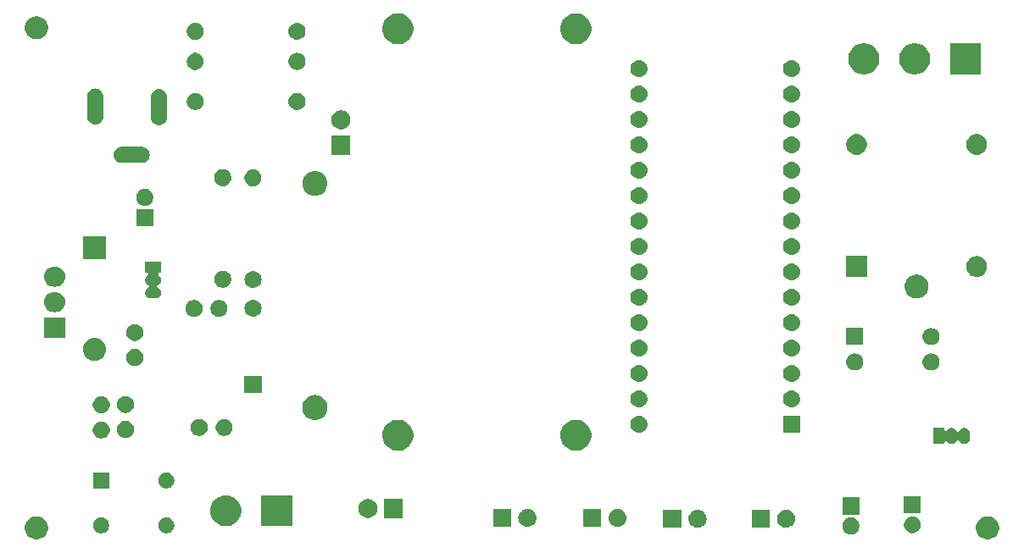
<source format=gbr>
G04 #@! TF.GenerationSoftware,KiCad,Pcbnew,(5.0.1)-3*
G04 #@! TF.CreationDate,2021-06-13T08:30:19+05:45*
G04 #@! TF.ProjectId,Logic-circuit,4C6F6769632D636972637569742E6B69,rev?*
G04 #@! TF.SameCoordinates,Original*
G04 #@! TF.FileFunction,Soldermask,Bot*
G04 #@! TF.FilePolarity,Negative*
%FSLAX46Y46*%
G04 Gerber Fmt 4.6, Leading zero omitted, Abs format (unit mm)*
G04 Created by KiCad (PCBNEW (5.0.1)-3) date 6/13/2021 8:30:19 AM*
%MOMM*%
%LPD*%
G01*
G04 APERTURE LIST*
%ADD10C,0.100000*%
G04 APERTURE END LIST*
D10*
G36*
X90835734Y-111393232D02*
X91045202Y-111479996D01*
X91233723Y-111605962D01*
X91394038Y-111766277D01*
X91520004Y-111954798D01*
X91606768Y-112164266D01*
X91651000Y-112386635D01*
X91651000Y-112613365D01*
X91606768Y-112835734D01*
X91520004Y-113045202D01*
X91394038Y-113233723D01*
X91233723Y-113394038D01*
X91045202Y-113520004D01*
X90835734Y-113606768D01*
X90613365Y-113651000D01*
X90386635Y-113651000D01*
X90164266Y-113606768D01*
X89954798Y-113520004D01*
X89766277Y-113394038D01*
X89605962Y-113233723D01*
X89479996Y-113045202D01*
X89393232Y-112835734D01*
X89349000Y-112613365D01*
X89349000Y-112386635D01*
X89393232Y-112164266D01*
X89479996Y-111954798D01*
X89605962Y-111766277D01*
X89766277Y-111605962D01*
X89954798Y-111479996D01*
X90164266Y-111393232D01*
X90386635Y-111349000D01*
X90613365Y-111349000D01*
X90835734Y-111393232D01*
X90835734Y-111393232D01*
G37*
G36*
X185835734Y-111393232D02*
X186045202Y-111479996D01*
X186233723Y-111605962D01*
X186394038Y-111766277D01*
X186520004Y-111954798D01*
X186606768Y-112164266D01*
X186651000Y-112386635D01*
X186651000Y-112613365D01*
X186606768Y-112835734D01*
X186520004Y-113045202D01*
X186394038Y-113233723D01*
X186233723Y-113394038D01*
X186045202Y-113520004D01*
X185835734Y-113606768D01*
X185613365Y-113651000D01*
X185386635Y-113651000D01*
X185164266Y-113606768D01*
X184954798Y-113520004D01*
X184766277Y-113394038D01*
X184605962Y-113233723D01*
X184479996Y-113045202D01*
X184393232Y-112835734D01*
X184349000Y-112613365D01*
X184349000Y-112386635D01*
X184393232Y-112164266D01*
X184479996Y-111954798D01*
X184605962Y-111766277D01*
X184766277Y-111605962D01*
X184954798Y-111479996D01*
X185164266Y-111393232D01*
X185386635Y-111349000D01*
X185613365Y-111349000D01*
X185835734Y-111393232D01*
X185835734Y-111393232D01*
G37*
G36*
X172098228Y-111501703D02*
X172253100Y-111565853D01*
X172392481Y-111658985D01*
X172511015Y-111777519D01*
X172604147Y-111916900D01*
X172668297Y-112071772D01*
X172701000Y-112236184D01*
X172701000Y-112403816D01*
X172668297Y-112568228D01*
X172604147Y-112723100D01*
X172511015Y-112862481D01*
X172392481Y-112981015D01*
X172253100Y-113074147D01*
X172098228Y-113138297D01*
X171933816Y-113171000D01*
X171766184Y-113171000D01*
X171601772Y-113138297D01*
X171446900Y-113074147D01*
X171307519Y-112981015D01*
X171188985Y-112862481D01*
X171095853Y-112723100D01*
X171031703Y-112568228D01*
X170999000Y-112403816D01*
X170999000Y-112236184D01*
X171031703Y-112071772D01*
X171095853Y-111916900D01*
X171188985Y-111777519D01*
X171307519Y-111658985D01*
X171446900Y-111565853D01*
X171601772Y-111501703D01*
X171766184Y-111469000D01*
X171933816Y-111469000D01*
X172098228Y-111501703D01*
X172098228Y-111501703D01*
G37*
G36*
X97203352Y-111490743D02*
X97348941Y-111551048D01*
X97479973Y-111638601D01*
X97591399Y-111750027D01*
X97678952Y-111881059D01*
X97739257Y-112026648D01*
X97770000Y-112181205D01*
X97770000Y-112338795D01*
X97739257Y-112493352D01*
X97678952Y-112638941D01*
X97591399Y-112769973D01*
X97479973Y-112881399D01*
X97348941Y-112968952D01*
X97203352Y-113029257D01*
X97048795Y-113060000D01*
X96891205Y-113060000D01*
X96736648Y-113029257D01*
X96591059Y-112968952D01*
X96460027Y-112881399D01*
X96348601Y-112769973D01*
X96261048Y-112638941D01*
X96200743Y-112493352D01*
X96170000Y-112338795D01*
X96170000Y-112181205D01*
X96200743Y-112026648D01*
X96261048Y-111881059D01*
X96348601Y-111750027D01*
X96460027Y-111638601D01*
X96591059Y-111551048D01*
X96736648Y-111490743D01*
X96891205Y-111460000D01*
X97048795Y-111460000D01*
X97203352Y-111490743D01*
X97203352Y-111490743D01*
G37*
G36*
X103703352Y-111490743D02*
X103848941Y-111551048D01*
X103979973Y-111638601D01*
X104091399Y-111750027D01*
X104178952Y-111881059D01*
X104239257Y-112026648D01*
X104270000Y-112181205D01*
X104270000Y-112338795D01*
X104239257Y-112493352D01*
X104178952Y-112638941D01*
X104091399Y-112769973D01*
X103979973Y-112881399D01*
X103848941Y-112968952D01*
X103703352Y-113029257D01*
X103548795Y-113060000D01*
X103391205Y-113060000D01*
X103236648Y-113029257D01*
X103091059Y-112968952D01*
X102960027Y-112881399D01*
X102848601Y-112769973D01*
X102761048Y-112638941D01*
X102700743Y-112493352D01*
X102670000Y-112338795D01*
X102670000Y-112181205D01*
X102700743Y-112026648D01*
X102761048Y-111881059D01*
X102848601Y-111750027D01*
X102960027Y-111638601D01*
X103091059Y-111551048D01*
X103236648Y-111490743D01*
X103391205Y-111460000D01*
X103548795Y-111460000D01*
X103703352Y-111490743D01*
X103703352Y-111490743D01*
G37*
G36*
X178248228Y-111371703D02*
X178403100Y-111435853D01*
X178542481Y-111528985D01*
X178661015Y-111647519D01*
X178754147Y-111786900D01*
X178818297Y-111941772D01*
X178851000Y-112106184D01*
X178851000Y-112273816D01*
X178818297Y-112438228D01*
X178754147Y-112593100D01*
X178661015Y-112732481D01*
X178542481Y-112851015D01*
X178403100Y-112944147D01*
X178248228Y-113008297D01*
X178083816Y-113041000D01*
X177916184Y-113041000D01*
X177751772Y-113008297D01*
X177596900Y-112944147D01*
X177457519Y-112851015D01*
X177338985Y-112732481D01*
X177245853Y-112593100D01*
X177181703Y-112438228D01*
X177149000Y-112273816D01*
X177149000Y-112106184D01*
X177181703Y-111941772D01*
X177245853Y-111786900D01*
X177338985Y-111647519D01*
X177457519Y-111528985D01*
X177596900Y-111435853D01*
X177751772Y-111371703D01*
X177916184Y-111339000D01*
X178083816Y-111339000D01*
X178248228Y-111371703D01*
X178248228Y-111371703D01*
G37*
G36*
X154901000Y-112491000D02*
X153099000Y-112491000D01*
X153099000Y-110689000D01*
X154901000Y-110689000D01*
X154901000Y-112491000D01*
X154901000Y-112491000D01*
G37*
G36*
X165480442Y-110695518D02*
X165546627Y-110702037D01*
X165659853Y-110736384D01*
X165716467Y-110753557D01*
X165855087Y-110827652D01*
X165872991Y-110837222D01*
X165900519Y-110859814D01*
X166010186Y-110949814D01*
X166085019Y-111041000D01*
X166122778Y-111087009D01*
X166122779Y-111087011D01*
X166206443Y-111243533D01*
X166206443Y-111243534D01*
X166257963Y-111413373D01*
X166275359Y-111590000D01*
X166257963Y-111766627D01*
X166251265Y-111788707D01*
X166206443Y-111936467D01*
X166158239Y-112026649D01*
X166122778Y-112092991D01*
X166093448Y-112128729D01*
X166010186Y-112230186D01*
X165935600Y-112291396D01*
X165872991Y-112342778D01*
X165872989Y-112342779D01*
X165716467Y-112426443D01*
X165677616Y-112438228D01*
X165546627Y-112477963D01*
X165480442Y-112484482D01*
X165414260Y-112491000D01*
X165325740Y-112491000D01*
X165259558Y-112484482D01*
X165193373Y-112477963D01*
X165062384Y-112438228D01*
X165023533Y-112426443D01*
X164867011Y-112342779D01*
X164867009Y-112342778D01*
X164804400Y-112291396D01*
X164729814Y-112230186D01*
X164646552Y-112128729D01*
X164617222Y-112092991D01*
X164581761Y-112026649D01*
X164533557Y-111936467D01*
X164488735Y-111788707D01*
X164482037Y-111766627D01*
X164464641Y-111590000D01*
X164482037Y-111413373D01*
X164533557Y-111243534D01*
X164533557Y-111243533D01*
X164617221Y-111087011D01*
X164617222Y-111087009D01*
X164654981Y-111041000D01*
X164729814Y-110949814D01*
X164839481Y-110859814D01*
X164867009Y-110837222D01*
X164884913Y-110827652D01*
X165023533Y-110753557D01*
X165080147Y-110736384D01*
X165193373Y-110702037D01*
X165259558Y-110695518D01*
X165325740Y-110689000D01*
X165414260Y-110689000D01*
X165480442Y-110695518D01*
X165480442Y-110695518D01*
G37*
G36*
X163731000Y-112491000D02*
X161929000Y-112491000D01*
X161929000Y-110689000D01*
X163731000Y-110689000D01*
X163731000Y-112491000D01*
X163731000Y-112491000D01*
G37*
G36*
X156650442Y-110695518D02*
X156716627Y-110702037D01*
X156829853Y-110736384D01*
X156886467Y-110753557D01*
X157025087Y-110827652D01*
X157042991Y-110837222D01*
X157070519Y-110859814D01*
X157180186Y-110949814D01*
X157255019Y-111041000D01*
X157292778Y-111087009D01*
X157292779Y-111087011D01*
X157376443Y-111243533D01*
X157376443Y-111243534D01*
X157427963Y-111413373D01*
X157445359Y-111590000D01*
X157427963Y-111766627D01*
X157421265Y-111788707D01*
X157376443Y-111936467D01*
X157328239Y-112026649D01*
X157292778Y-112092991D01*
X157263448Y-112128729D01*
X157180186Y-112230186D01*
X157105600Y-112291396D01*
X157042991Y-112342778D01*
X157042989Y-112342779D01*
X156886467Y-112426443D01*
X156847616Y-112438228D01*
X156716627Y-112477963D01*
X156650442Y-112484482D01*
X156584260Y-112491000D01*
X156495740Y-112491000D01*
X156429558Y-112484482D01*
X156363373Y-112477963D01*
X156232384Y-112438228D01*
X156193533Y-112426443D01*
X156037011Y-112342779D01*
X156037009Y-112342778D01*
X155974400Y-112291396D01*
X155899814Y-112230186D01*
X155816552Y-112128729D01*
X155787222Y-112092991D01*
X155751761Y-112026649D01*
X155703557Y-111936467D01*
X155658735Y-111788707D01*
X155652037Y-111766627D01*
X155634641Y-111590000D01*
X155652037Y-111413373D01*
X155703557Y-111243534D01*
X155703557Y-111243533D01*
X155787221Y-111087011D01*
X155787222Y-111087009D01*
X155824981Y-111041000D01*
X155899814Y-110949814D01*
X156009481Y-110859814D01*
X156037009Y-110837222D01*
X156054913Y-110827652D01*
X156193533Y-110753557D01*
X156250147Y-110736384D01*
X156363373Y-110702037D01*
X156429558Y-110695518D01*
X156495740Y-110689000D01*
X156584260Y-110689000D01*
X156650442Y-110695518D01*
X156650442Y-110695518D01*
G37*
G36*
X148650443Y-110605519D02*
X148716627Y-110612037D01*
X148829853Y-110646384D01*
X148886467Y-110663557D01*
X149025087Y-110737652D01*
X149042991Y-110747222D01*
X149050710Y-110753557D01*
X149180186Y-110859814D01*
X149254046Y-110949814D01*
X149292778Y-110997009D01*
X149302348Y-111014913D01*
X149376443Y-111153533D01*
X149381741Y-111171000D01*
X149427963Y-111323373D01*
X149445359Y-111500000D01*
X149427963Y-111676627D01*
X149405697Y-111750027D01*
X149376443Y-111846467D01*
X149318538Y-111954798D01*
X149292778Y-112002991D01*
X149273363Y-112026648D01*
X149180186Y-112140186D01*
X149078729Y-112223448D01*
X149042991Y-112252778D01*
X149042989Y-112252779D01*
X148886467Y-112336443D01*
X148838478Y-112351000D01*
X148716627Y-112387963D01*
X148650443Y-112394481D01*
X148584260Y-112401000D01*
X148495740Y-112401000D01*
X148429557Y-112394481D01*
X148363373Y-112387963D01*
X148241522Y-112351000D01*
X148193533Y-112336443D01*
X148037011Y-112252779D01*
X148037009Y-112252778D01*
X148001271Y-112223448D01*
X147899814Y-112140186D01*
X147806637Y-112026648D01*
X147787222Y-112002991D01*
X147761462Y-111954798D01*
X147703557Y-111846467D01*
X147674303Y-111750027D01*
X147652037Y-111676627D01*
X147634641Y-111500000D01*
X147652037Y-111323373D01*
X147698259Y-111171000D01*
X147703557Y-111153533D01*
X147777652Y-111014913D01*
X147787222Y-110997009D01*
X147825954Y-110949814D01*
X147899814Y-110859814D01*
X148029290Y-110753557D01*
X148037009Y-110747222D01*
X148054913Y-110737652D01*
X148193533Y-110663557D01*
X148250147Y-110646384D01*
X148363373Y-110612037D01*
X148429557Y-110605519D01*
X148495740Y-110599000D01*
X148584260Y-110599000D01*
X148650443Y-110605519D01*
X148650443Y-110605519D01*
G37*
G36*
X137901000Y-112401000D02*
X136099000Y-112401000D01*
X136099000Y-110599000D01*
X137901000Y-110599000D01*
X137901000Y-112401000D01*
X137901000Y-112401000D01*
G37*
G36*
X139650443Y-110605519D02*
X139716627Y-110612037D01*
X139829853Y-110646384D01*
X139886467Y-110663557D01*
X140025087Y-110737652D01*
X140042991Y-110747222D01*
X140050710Y-110753557D01*
X140180186Y-110859814D01*
X140254046Y-110949814D01*
X140292778Y-110997009D01*
X140302348Y-111014913D01*
X140376443Y-111153533D01*
X140381741Y-111171000D01*
X140427963Y-111323373D01*
X140445359Y-111500000D01*
X140427963Y-111676627D01*
X140405697Y-111750027D01*
X140376443Y-111846467D01*
X140318538Y-111954798D01*
X140292778Y-112002991D01*
X140273363Y-112026648D01*
X140180186Y-112140186D01*
X140078729Y-112223448D01*
X140042991Y-112252778D01*
X140042989Y-112252779D01*
X139886467Y-112336443D01*
X139838478Y-112351000D01*
X139716627Y-112387963D01*
X139650443Y-112394481D01*
X139584260Y-112401000D01*
X139495740Y-112401000D01*
X139429557Y-112394481D01*
X139363373Y-112387963D01*
X139241522Y-112351000D01*
X139193533Y-112336443D01*
X139037011Y-112252779D01*
X139037009Y-112252778D01*
X139001271Y-112223448D01*
X138899814Y-112140186D01*
X138806637Y-112026648D01*
X138787222Y-112002991D01*
X138761462Y-111954798D01*
X138703557Y-111846467D01*
X138674303Y-111750027D01*
X138652037Y-111676627D01*
X138634641Y-111500000D01*
X138652037Y-111323373D01*
X138698259Y-111171000D01*
X138703557Y-111153533D01*
X138777652Y-111014913D01*
X138787222Y-110997009D01*
X138825954Y-110949814D01*
X138899814Y-110859814D01*
X139029290Y-110753557D01*
X139037009Y-110747222D01*
X139054913Y-110737652D01*
X139193533Y-110663557D01*
X139250147Y-110646384D01*
X139363373Y-110612037D01*
X139429557Y-110605519D01*
X139495740Y-110599000D01*
X139584260Y-110599000D01*
X139650443Y-110605519D01*
X139650443Y-110605519D01*
G37*
G36*
X146901000Y-112401000D02*
X145099000Y-112401000D01*
X145099000Y-110599000D01*
X146901000Y-110599000D01*
X146901000Y-112401000D01*
X146901000Y-112401000D01*
G37*
G36*
X109752527Y-109288736D02*
X109852410Y-109308604D01*
X110134674Y-109425521D01*
X110388705Y-109595259D01*
X110604741Y-109811295D01*
X110774479Y-110065326D01*
X110792790Y-110109534D01*
X110891396Y-110347591D01*
X110951000Y-110647238D01*
X110951000Y-110952762D01*
X110933448Y-111041000D01*
X110891396Y-111252410D01*
X110774479Y-111534674D01*
X110604741Y-111788705D01*
X110388705Y-112004741D01*
X110134674Y-112174479D01*
X109852410Y-112291396D01*
X109752527Y-112311264D01*
X109552762Y-112351000D01*
X109247238Y-112351000D01*
X109047473Y-112311264D01*
X108947590Y-112291396D01*
X108665326Y-112174479D01*
X108411295Y-112004741D01*
X108195259Y-111788705D01*
X108025521Y-111534674D01*
X107908604Y-111252410D01*
X107866552Y-111041000D01*
X107849000Y-110952762D01*
X107849000Y-110647238D01*
X107908604Y-110347591D01*
X108007210Y-110109534D01*
X108025521Y-110065326D01*
X108195259Y-109811295D01*
X108411295Y-109595259D01*
X108665326Y-109425521D01*
X108947590Y-109308604D01*
X109047473Y-109288736D01*
X109247238Y-109249000D01*
X109552762Y-109249000D01*
X109752527Y-109288736D01*
X109752527Y-109288736D01*
G37*
G36*
X116031000Y-112351000D02*
X112929000Y-112351000D01*
X112929000Y-109249000D01*
X116031000Y-109249000D01*
X116031000Y-112351000D01*
X116031000Y-112351000D01*
G37*
G36*
X123897396Y-109645546D02*
X124070466Y-109717234D01*
X124226230Y-109821312D01*
X124358688Y-109953770D01*
X124462766Y-110109534D01*
X124534454Y-110282604D01*
X124571000Y-110466333D01*
X124571000Y-110653667D01*
X124534454Y-110837396D01*
X124462766Y-111010466D01*
X124358688Y-111166230D01*
X124226230Y-111298688D01*
X124070466Y-111402766D01*
X123897396Y-111474454D01*
X123713667Y-111511000D01*
X123526333Y-111511000D01*
X123342604Y-111474454D01*
X123169534Y-111402766D01*
X123013770Y-111298688D01*
X122881312Y-111166230D01*
X122777234Y-111010466D01*
X122705546Y-110837396D01*
X122669000Y-110653667D01*
X122669000Y-110466333D01*
X122705546Y-110282604D01*
X122777234Y-110109534D01*
X122881312Y-109953770D01*
X123013770Y-109821312D01*
X123169534Y-109717234D01*
X123342604Y-109645546D01*
X123526333Y-109609000D01*
X123713667Y-109609000D01*
X123897396Y-109645546D01*
X123897396Y-109645546D01*
G37*
G36*
X127111000Y-111511000D02*
X125209000Y-111511000D01*
X125209000Y-109609000D01*
X127111000Y-109609000D01*
X127111000Y-111511000D01*
X127111000Y-111511000D01*
G37*
G36*
X172701000Y-111171000D02*
X170999000Y-111171000D01*
X170999000Y-109469000D01*
X172701000Y-109469000D01*
X172701000Y-111171000D01*
X172701000Y-111171000D01*
G37*
G36*
X178851000Y-111041000D02*
X177149000Y-111041000D01*
X177149000Y-109339000D01*
X178851000Y-109339000D01*
X178851000Y-111041000D01*
X178851000Y-111041000D01*
G37*
G36*
X103703352Y-106990743D02*
X103848941Y-107051048D01*
X103979973Y-107138601D01*
X104091399Y-107250027D01*
X104178952Y-107381059D01*
X104239257Y-107526648D01*
X104270000Y-107681205D01*
X104270000Y-107838795D01*
X104239257Y-107993352D01*
X104178952Y-108138941D01*
X104091399Y-108269973D01*
X103979973Y-108381399D01*
X103848941Y-108468952D01*
X103703352Y-108529257D01*
X103548795Y-108560000D01*
X103391205Y-108560000D01*
X103236648Y-108529257D01*
X103091059Y-108468952D01*
X102960027Y-108381399D01*
X102848601Y-108269973D01*
X102761048Y-108138941D01*
X102700743Y-107993352D01*
X102670000Y-107838795D01*
X102670000Y-107681205D01*
X102700743Y-107526648D01*
X102761048Y-107381059D01*
X102848601Y-107250027D01*
X102960027Y-107138601D01*
X103091059Y-107051048D01*
X103236648Y-106990743D01*
X103391205Y-106960000D01*
X103548795Y-106960000D01*
X103703352Y-106990743D01*
X103703352Y-106990743D01*
G37*
G36*
X97770000Y-108560000D02*
X96170000Y-108560000D01*
X96170000Y-106960000D01*
X97770000Y-106960000D01*
X97770000Y-108560000D01*
X97770000Y-108560000D01*
G37*
G36*
X144722527Y-101738736D02*
X144822410Y-101758604D01*
X145104674Y-101875521D01*
X145358705Y-102045259D01*
X145574741Y-102261295D01*
X145744479Y-102515326D01*
X145861396Y-102797590D01*
X145870798Y-102844858D01*
X145921000Y-103097238D01*
X145921000Y-103402762D01*
X145896029Y-103528297D01*
X145861396Y-103702410D01*
X145744479Y-103984674D01*
X145574741Y-104238705D01*
X145358705Y-104454741D01*
X145104674Y-104624479D01*
X144822410Y-104741396D01*
X144722527Y-104761264D01*
X144522762Y-104801000D01*
X144217238Y-104801000D01*
X144017473Y-104761264D01*
X143917590Y-104741396D01*
X143635326Y-104624479D01*
X143381295Y-104454741D01*
X143165259Y-104238705D01*
X142995521Y-103984674D01*
X142878604Y-103702410D01*
X142843971Y-103528297D01*
X142819000Y-103402762D01*
X142819000Y-103097238D01*
X142869202Y-102844858D01*
X142878604Y-102797590D01*
X142995521Y-102515326D01*
X143165259Y-102261295D01*
X143381295Y-102045259D01*
X143635326Y-101875521D01*
X143917590Y-101758604D01*
X144017473Y-101738736D01*
X144217238Y-101699000D01*
X144522762Y-101699000D01*
X144722527Y-101738736D01*
X144722527Y-101738736D01*
G37*
G36*
X126942527Y-101738736D02*
X127042410Y-101758604D01*
X127324674Y-101875521D01*
X127578705Y-102045259D01*
X127794741Y-102261295D01*
X127964479Y-102515326D01*
X128081396Y-102797590D01*
X128090798Y-102844858D01*
X128141000Y-103097238D01*
X128141000Y-103402762D01*
X128116029Y-103528297D01*
X128081396Y-103702410D01*
X127964479Y-103984674D01*
X127794741Y-104238705D01*
X127578705Y-104454741D01*
X127324674Y-104624479D01*
X127042410Y-104741396D01*
X126942527Y-104761264D01*
X126742762Y-104801000D01*
X126437238Y-104801000D01*
X126237473Y-104761264D01*
X126137590Y-104741396D01*
X125855326Y-104624479D01*
X125601295Y-104454741D01*
X125385259Y-104238705D01*
X125215521Y-103984674D01*
X125098604Y-103702410D01*
X125063971Y-103528297D01*
X125039000Y-103402762D01*
X125039000Y-103097238D01*
X125089202Y-102844858D01*
X125098604Y-102797590D01*
X125215521Y-102515326D01*
X125385259Y-102261295D01*
X125601295Y-102045259D01*
X125855326Y-101875521D01*
X126137590Y-101758604D01*
X126237473Y-101738736D01*
X126437238Y-101699000D01*
X126742762Y-101699000D01*
X126942527Y-101738736D01*
X126942527Y-101738736D01*
G37*
G36*
X183282915Y-102517334D02*
X183391491Y-102550271D01*
X183491556Y-102603756D01*
X183579264Y-102675736D01*
X183651244Y-102763443D01*
X183704729Y-102863508D01*
X183737666Y-102972084D01*
X183746000Y-103056702D01*
X183746000Y-103563297D01*
X183737666Y-103647916D01*
X183704729Y-103756492D01*
X183651244Y-103856557D01*
X183579264Y-103944264D01*
X183491557Y-104016244D01*
X183391492Y-104069729D01*
X183282916Y-104102666D01*
X183170000Y-104113787D01*
X183057085Y-104102666D01*
X182948509Y-104069729D01*
X182848444Y-104016244D01*
X182760737Y-103944264D01*
X182688757Y-103856557D01*
X182645240Y-103775143D01*
X182631627Y-103754768D01*
X182614299Y-103737441D01*
X182593925Y-103723827D01*
X182571286Y-103714450D01*
X182547253Y-103709669D01*
X182522748Y-103709669D01*
X182498715Y-103714449D01*
X182476076Y-103723827D01*
X182455701Y-103737440D01*
X182438374Y-103754768D01*
X182424760Y-103775143D01*
X182381244Y-103856557D01*
X182309264Y-103944264D01*
X182221557Y-104016244D01*
X182121492Y-104069729D01*
X182012916Y-104102666D01*
X181900000Y-104113787D01*
X181787085Y-104102666D01*
X181678509Y-104069729D01*
X181578444Y-104016244D01*
X181490737Y-103944264D01*
X181427626Y-103867364D01*
X181410299Y-103850036D01*
X181389924Y-103836423D01*
X181367285Y-103827045D01*
X181343252Y-103822265D01*
X181318748Y-103822265D01*
X181294714Y-103827046D01*
X181272075Y-103836423D01*
X181251701Y-103850037D01*
X181234373Y-103867364D01*
X181220760Y-103887739D01*
X181211382Y-103910378D01*
X181206000Y-103946663D01*
X181206000Y-104111000D01*
X180054000Y-104111000D01*
X180054000Y-102509000D01*
X181206000Y-102509000D01*
X181206000Y-102673337D01*
X181208402Y-102697723D01*
X181215515Y-102721172D01*
X181227066Y-102742783D01*
X181242612Y-102761725D01*
X181261554Y-102777271D01*
X181283165Y-102788822D01*
X181306614Y-102795935D01*
X181331000Y-102798337D01*
X181355386Y-102795935D01*
X181378835Y-102788822D01*
X181400446Y-102777271D01*
X181427626Y-102752636D01*
X181490734Y-102675739D01*
X181490736Y-102675736D01*
X181578443Y-102603756D01*
X181678508Y-102550271D01*
X181787084Y-102517334D01*
X181900000Y-102506213D01*
X182012915Y-102517334D01*
X182121491Y-102550271D01*
X182221556Y-102603756D01*
X182309264Y-102675736D01*
X182381244Y-102763443D01*
X182424767Y-102844869D01*
X182438373Y-102865232D01*
X182455700Y-102882560D01*
X182476075Y-102896174D01*
X182498713Y-102905551D01*
X182522747Y-102910332D01*
X182547251Y-102910332D01*
X182571285Y-102905552D01*
X182593924Y-102896175D01*
X182614298Y-102882561D01*
X182631626Y-102865234D01*
X182645240Y-102844858D01*
X182688756Y-102763444D01*
X182695966Y-102754659D01*
X182760736Y-102675736D01*
X182848443Y-102603756D01*
X182948508Y-102550271D01*
X183057084Y-102517334D01*
X183170000Y-102506213D01*
X183282915Y-102517334D01*
X183282915Y-102517334D01*
G37*
G36*
X97228228Y-101891703D02*
X97383100Y-101955853D01*
X97522481Y-102048985D01*
X97641015Y-102167519D01*
X97734147Y-102306900D01*
X97798297Y-102461772D01*
X97831000Y-102626184D01*
X97831000Y-102793816D01*
X97798297Y-102958228D01*
X97734147Y-103113100D01*
X97641015Y-103252481D01*
X97522481Y-103371015D01*
X97383100Y-103464147D01*
X97228228Y-103528297D01*
X97063816Y-103561000D01*
X96896184Y-103561000D01*
X96731772Y-103528297D01*
X96576900Y-103464147D01*
X96437519Y-103371015D01*
X96318985Y-103252481D01*
X96225853Y-103113100D01*
X96161703Y-102958228D01*
X96129000Y-102793816D01*
X96129000Y-102626184D01*
X96161703Y-102461772D01*
X96225853Y-102306900D01*
X96318985Y-102167519D01*
X96437519Y-102048985D01*
X96576900Y-101955853D01*
X96731772Y-101891703D01*
X96896184Y-101859000D01*
X97063816Y-101859000D01*
X97228228Y-101891703D01*
X97228228Y-101891703D01*
G37*
G36*
X99638228Y-101851703D02*
X99793100Y-101915853D01*
X99932481Y-102008985D01*
X100051015Y-102127519D01*
X100144147Y-102266900D01*
X100208297Y-102421772D01*
X100241000Y-102586184D01*
X100241000Y-102753816D01*
X100208297Y-102918228D01*
X100144147Y-103073100D01*
X100051015Y-103212481D01*
X99932481Y-103331015D01*
X99793100Y-103424147D01*
X99638228Y-103488297D01*
X99473816Y-103521000D01*
X99306184Y-103521000D01*
X99141772Y-103488297D01*
X98986900Y-103424147D01*
X98847519Y-103331015D01*
X98728985Y-103212481D01*
X98635853Y-103073100D01*
X98571703Y-102918228D01*
X98539000Y-102753816D01*
X98539000Y-102586184D01*
X98571703Y-102421772D01*
X98635853Y-102266900D01*
X98728985Y-102127519D01*
X98847519Y-102008985D01*
X98986900Y-101915853D01*
X99141772Y-101851703D01*
X99306184Y-101819000D01*
X99473816Y-101819000D01*
X99638228Y-101851703D01*
X99638228Y-101851703D01*
G37*
G36*
X109498228Y-101641703D02*
X109653100Y-101705853D01*
X109792481Y-101798985D01*
X109911015Y-101917519D01*
X110004147Y-102056900D01*
X110068297Y-102211772D01*
X110101000Y-102376184D01*
X110101000Y-102543816D01*
X110068297Y-102708228D01*
X110004147Y-102863100D01*
X109911015Y-103002481D01*
X109792481Y-103121015D01*
X109653100Y-103214147D01*
X109498228Y-103278297D01*
X109333816Y-103311000D01*
X109166184Y-103311000D01*
X109001772Y-103278297D01*
X108846900Y-103214147D01*
X108707519Y-103121015D01*
X108588985Y-103002481D01*
X108495853Y-102863100D01*
X108431703Y-102708228D01*
X108399000Y-102543816D01*
X108399000Y-102376184D01*
X108431703Y-102211772D01*
X108495853Y-102056900D01*
X108588985Y-101917519D01*
X108707519Y-101798985D01*
X108846900Y-101705853D01*
X109001772Y-101641703D01*
X109166184Y-101609000D01*
X109333816Y-101609000D01*
X109498228Y-101641703D01*
X109498228Y-101641703D01*
G37*
G36*
X106998228Y-101641703D02*
X107153100Y-101705853D01*
X107292481Y-101798985D01*
X107411015Y-101917519D01*
X107504147Y-102056900D01*
X107568297Y-102211772D01*
X107601000Y-102376184D01*
X107601000Y-102543816D01*
X107568297Y-102708228D01*
X107504147Y-102863100D01*
X107411015Y-103002481D01*
X107292481Y-103121015D01*
X107153100Y-103214147D01*
X106998228Y-103278297D01*
X106833816Y-103311000D01*
X106666184Y-103311000D01*
X106501772Y-103278297D01*
X106346900Y-103214147D01*
X106207519Y-103121015D01*
X106088985Y-103002481D01*
X105995853Y-102863100D01*
X105931703Y-102708228D01*
X105899000Y-102543816D01*
X105899000Y-102376184D01*
X105931703Y-102211772D01*
X105995853Y-102056900D01*
X106088985Y-101917519D01*
X106207519Y-101798985D01*
X106346900Y-101705853D01*
X106501772Y-101641703D01*
X106666184Y-101609000D01*
X106833816Y-101609000D01*
X106998228Y-101641703D01*
X106998228Y-101641703D01*
G37*
G36*
X166771000Y-103001000D02*
X165069000Y-103001000D01*
X165069000Y-101299000D01*
X166771000Y-101299000D01*
X166771000Y-103001000D01*
X166771000Y-103001000D01*
G37*
G36*
X150846821Y-101311313D02*
X150846824Y-101311314D01*
X150846825Y-101311314D01*
X151007239Y-101359975D01*
X151007241Y-101359976D01*
X151007244Y-101359977D01*
X151155078Y-101438995D01*
X151284659Y-101545341D01*
X151391005Y-101674922D01*
X151470023Y-101822756D01*
X151470024Y-101822759D01*
X151470025Y-101822761D01*
X151498264Y-101915853D01*
X151518687Y-101983179D01*
X151535117Y-102150000D01*
X151518687Y-102316821D01*
X151518686Y-102316824D01*
X151518686Y-102316825D01*
X151474717Y-102461772D01*
X151470023Y-102477244D01*
X151391005Y-102625078D01*
X151284659Y-102754659D01*
X151155078Y-102861005D01*
X151007244Y-102940023D01*
X151007241Y-102940024D01*
X151007239Y-102940025D01*
X150846825Y-102988686D01*
X150846824Y-102988686D01*
X150846821Y-102988687D01*
X150721804Y-103001000D01*
X150638196Y-103001000D01*
X150513179Y-102988687D01*
X150513176Y-102988686D01*
X150513175Y-102988686D01*
X150352761Y-102940025D01*
X150352759Y-102940024D01*
X150352756Y-102940023D01*
X150204922Y-102861005D01*
X150075341Y-102754659D01*
X149968995Y-102625078D01*
X149889977Y-102477244D01*
X149885284Y-102461772D01*
X149841314Y-102316825D01*
X149841314Y-102316824D01*
X149841313Y-102316821D01*
X149824883Y-102150000D01*
X149841313Y-101983179D01*
X149861736Y-101915853D01*
X149889975Y-101822761D01*
X149889976Y-101822759D01*
X149889977Y-101822756D01*
X149968995Y-101674922D01*
X150075341Y-101545341D01*
X150204922Y-101438995D01*
X150352756Y-101359977D01*
X150352759Y-101359976D01*
X150352761Y-101359975D01*
X150513175Y-101311314D01*
X150513176Y-101311314D01*
X150513179Y-101311313D01*
X150638196Y-101299000D01*
X150721804Y-101299000D01*
X150846821Y-101311313D01*
X150846821Y-101311313D01*
G37*
G36*
X118503635Y-99231019D02*
X118684903Y-99267075D01*
X118912571Y-99361378D01*
X119116542Y-99497668D01*
X119117469Y-99498287D01*
X119291713Y-99672531D01*
X119291715Y-99672534D01*
X119428622Y-99877429D01*
X119522925Y-100105097D01*
X119527119Y-100126184D01*
X119565872Y-100321004D01*
X119571000Y-100346787D01*
X119571000Y-100593213D01*
X119522925Y-100834903D01*
X119428622Y-101062571D01*
X119292332Y-101266542D01*
X119291713Y-101267469D01*
X119117469Y-101441713D01*
X119117466Y-101441715D01*
X118912571Y-101578622D01*
X118684903Y-101672925D01*
X118519362Y-101705853D01*
X118443214Y-101721000D01*
X118196786Y-101721000D01*
X118120638Y-101705853D01*
X117955097Y-101672925D01*
X117727429Y-101578622D01*
X117522534Y-101441715D01*
X117522531Y-101441713D01*
X117348287Y-101267469D01*
X117347668Y-101266542D01*
X117211378Y-101062571D01*
X117117075Y-100834903D01*
X117069000Y-100593213D01*
X117069000Y-100346787D01*
X117074129Y-100321004D01*
X117112881Y-100126184D01*
X117117075Y-100105097D01*
X117211378Y-99877429D01*
X117348285Y-99672534D01*
X117348287Y-99672531D01*
X117522531Y-99498287D01*
X117523458Y-99497668D01*
X117727429Y-99361378D01*
X117955097Y-99267075D01*
X118136365Y-99231019D01*
X118196786Y-99219000D01*
X118443214Y-99219000D01*
X118503635Y-99231019D01*
X118503635Y-99231019D01*
G37*
G36*
X97228228Y-99391703D02*
X97383100Y-99455853D01*
X97522481Y-99548985D01*
X97641015Y-99667519D01*
X97734147Y-99806900D01*
X97798297Y-99961772D01*
X97831000Y-100126184D01*
X97831000Y-100293816D01*
X97798297Y-100458228D01*
X97734147Y-100613100D01*
X97641015Y-100752481D01*
X97522481Y-100871015D01*
X97383100Y-100964147D01*
X97228228Y-101028297D01*
X97063816Y-101061000D01*
X96896184Y-101061000D01*
X96731772Y-101028297D01*
X96576900Y-100964147D01*
X96437519Y-100871015D01*
X96318985Y-100752481D01*
X96225853Y-100613100D01*
X96161703Y-100458228D01*
X96129000Y-100293816D01*
X96129000Y-100126184D01*
X96161703Y-99961772D01*
X96225853Y-99806900D01*
X96318985Y-99667519D01*
X96437519Y-99548985D01*
X96576900Y-99455853D01*
X96731772Y-99391703D01*
X96896184Y-99359000D01*
X97063816Y-99359000D01*
X97228228Y-99391703D01*
X97228228Y-99391703D01*
G37*
G36*
X99638228Y-99351703D02*
X99793100Y-99415853D01*
X99932481Y-99508985D01*
X100051015Y-99627519D01*
X100144147Y-99766900D01*
X100208297Y-99921772D01*
X100241000Y-100086184D01*
X100241000Y-100253816D01*
X100208297Y-100418228D01*
X100144147Y-100573100D01*
X100051015Y-100712481D01*
X99932481Y-100831015D01*
X99793100Y-100924147D01*
X99638228Y-100988297D01*
X99473816Y-101021000D01*
X99306184Y-101021000D01*
X99141772Y-100988297D01*
X98986900Y-100924147D01*
X98847519Y-100831015D01*
X98728985Y-100712481D01*
X98635853Y-100573100D01*
X98571703Y-100418228D01*
X98539000Y-100253816D01*
X98539000Y-100086184D01*
X98571703Y-99921772D01*
X98635853Y-99766900D01*
X98728985Y-99627519D01*
X98847519Y-99508985D01*
X98986900Y-99415853D01*
X99141772Y-99351703D01*
X99306184Y-99319000D01*
X99473816Y-99319000D01*
X99638228Y-99351703D01*
X99638228Y-99351703D01*
G37*
G36*
X150846821Y-98771313D02*
X150846824Y-98771314D01*
X150846825Y-98771314D01*
X151007239Y-98819975D01*
X151007241Y-98819976D01*
X151007244Y-98819977D01*
X151155078Y-98898995D01*
X151284659Y-99005341D01*
X151391005Y-99134922D01*
X151470023Y-99282756D01*
X151470024Y-99282759D01*
X151470025Y-99282761D01*
X151493873Y-99361378D01*
X151518687Y-99443179D01*
X151535117Y-99610000D01*
X151518687Y-99776821D01*
X151518686Y-99776824D01*
X151518686Y-99776825D01*
X151474717Y-99921772D01*
X151470023Y-99937244D01*
X151391005Y-100085078D01*
X151284659Y-100214659D01*
X151155078Y-100321005D01*
X151007244Y-100400023D01*
X151007241Y-100400024D01*
X151007239Y-100400025D01*
X150846825Y-100448686D01*
X150846824Y-100448686D01*
X150846821Y-100448687D01*
X150721804Y-100461000D01*
X150638196Y-100461000D01*
X150513179Y-100448687D01*
X150513176Y-100448686D01*
X150513175Y-100448686D01*
X150352761Y-100400025D01*
X150352759Y-100400024D01*
X150352756Y-100400023D01*
X150204922Y-100321005D01*
X150075341Y-100214659D01*
X149968995Y-100085078D01*
X149889977Y-99937244D01*
X149885284Y-99921772D01*
X149841314Y-99776825D01*
X149841314Y-99776824D01*
X149841313Y-99776821D01*
X149824883Y-99610000D01*
X149841313Y-99443179D01*
X149866127Y-99361378D01*
X149889975Y-99282761D01*
X149889976Y-99282759D01*
X149889977Y-99282756D01*
X149968995Y-99134922D01*
X150075341Y-99005341D01*
X150204922Y-98898995D01*
X150352756Y-98819977D01*
X150352759Y-98819976D01*
X150352761Y-98819975D01*
X150513175Y-98771314D01*
X150513176Y-98771314D01*
X150513179Y-98771313D01*
X150638196Y-98759000D01*
X150721804Y-98759000D01*
X150846821Y-98771313D01*
X150846821Y-98771313D01*
G37*
G36*
X166086821Y-98771313D02*
X166086824Y-98771314D01*
X166086825Y-98771314D01*
X166247239Y-98819975D01*
X166247241Y-98819976D01*
X166247244Y-98819977D01*
X166395078Y-98898995D01*
X166524659Y-99005341D01*
X166631005Y-99134922D01*
X166710023Y-99282756D01*
X166710024Y-99282759D01*
X166710025Y-99282761D01*
X166733873Y-99361378D01*
X166758687Y-99443179D01*
X166775117Y-99610000D01*
X166758687Y-99776821D01*
X166758686Y-99776824D01*
X166758686Y-99776825D01*
X166714717Y-99921772D01*
X166710023Y-99937244D01*
X166631005Y-100085078D01*
X166524659Y-100214659D01*
X166395078Y-100321005D01*
X166247244Y-100400023D01*
X166247241Y-100400024D01*
X166247239Y-100400025D01*
X166086825Y-100448686D01*
X166086824Y-100448686D01*
X166086821Y-100448687D01*
X165961804Y-100461000D01*
X165878196Y-100461000D01*
X165753179Y-100448687D01*
X165753176Y-100448686D01*
X165753175Y-100448686D01*
X165592761Y-100400025D01*
X165592759Y-100400024D01*
X165592756Y-100400023D01*
X165444922Y-100321005D01*
X165315341Y-100214659D01*
X165208995Y-100085078D01*
X165129977Y-99937244D01*
X165125284Y-99921772D01*
X165081314Y-99776825D01*
X165081314Y-99776824D01*
X165081313Y-99776821D01*
X165064883Y-99610000D01*
X165081313Y-99443179D01*
X165106127Y-99361378D01*
X165129975Y-99282761D01*
X165129976Y-99282759D01*
X165129977Y-99282756D01*
X165208995Y-99134922D01*
X165315341Y-99005341D01*
X165444922Y-98898995D01*
X165592756Y-98819977D01*
X165592759Y-98819976D01*
X165592761Y-98819975D01*
X165753175Y-98771314D01*
X165753176Y-98771314D01*
X165753179Y-98771313D01*
X165878196Y-98759000D01*
X165961804Y-98759000D01*
X166086821Y-98771313D01*
X166086821Y-98771313D01*
G37*
G36*
X112991000Y-99021000D02*
X111289000Y-99021000D01*
X111289000Y-97319000D01*
X112991000Y-97319000D01*
X112991000Y-99021000D01*
X112991000Y-99021000D01*
G37*
G36*
X150846821Y-96231313D02*
X150846824Y-96231314D01*
X150846825Y-96231314D01*
X151007239Y-96279975D01*
X151007241Y-96279976D01*
X151007244Y-96279977D01*
X151155078Y-96358995D01*
X151284659Y-96465341D01*
X151391005Y-96594922D01*
X151470023Y-96742756D01*
X151470024Y-96742759D01*
X151470025Y-96742761D01*
X151474856Y-96758687D01*
X151518687Y-96903179D01*
X151535117Y-97070000D01*
X151518687Y-97236821D01*
X151518686Y-97236824D01*
X151518686Y-97236825D01*
X151493759Y-97319000D01*
X151470023Y-97397244D01*
X151391005Y-97545078D01*
X151284659Y-97674659D01*
X151155078Y-97781005D01*
X151007244Y-97860023D01*
X151007241Y-97860024D01*
X151007239Y-97860025D01*
X150846825Y-97908686D01*
X150846824Y-97908686D01*
X150846821Y-97908687D01*
X150721804Y-97921000D01*
X150638196Y-97921000D01*
X150513179Y-97908687D01*
X150513176Y-97908686D01*
X150513175Y-97908686D01*
X150352761Y-97860025D01*
X150352759Y-97860024D01*
X150352756Y-97860023D01*
X150204922Y-97781005D01*
X150075341Y-97674659D01*
X149968995Y-97545078D01*
X149889977Y-97397244D01*
X149866242Y-97319000D01*
X149841314Y-97236825D01*
X149841314Y-97236824D01*
X149841313Y-97236821D01*
X149824883Y-97070000D01*
X149841313Y-96903179D01*
X149885144Y-96758687D01*
X149889975Y-96742761D01*
X149889976Y-96742759D01*
X149889977Y-96742756D01*
X149968995Y-96594922D01*
X150075341Y-96465341D01*
X150204922Y-96358995D01*
X150352756Y-96279977D01*
X150352759Y-96279976D01*
X150352761Y-96279975D01*
X150513175Y-96231314D01*
X150513176Y-96231314D01*
X150513179Y-96231313D01*
X150638196Y-96219000D01*
X150721804Y-96219000D01*
X150846821Y-96231313D01*
X150846821Y-96231313D01*
G37*
G36*
X166086821Y-96231313D02*
X166086824Y-96231314D01*
X166086825Y-96231314D01*
X166247239Y-96279975D01*
X166247241Y-96279976D01*
X166247244Y-96279977D01*
X166395078Y-96358995D01*
X166524659Y-96465341D01*
X166631005Y-96594922D01*
X166710023Y-96742756D01*
X166710024Y-96742759D01*
X166710025Y-96742761D01*
X166714856Y-96758687D01*
X166758687Y-96903179D01*
X166775117Y-97070000D01*
X166758687Y-97236821D01*
X166758686Y-97236824D01*
X166758686Y-97236825D01*
X166733759Y-97319000D01*
X166710023Y-97397244D01*
X166631005Y-97545078D01*
X166524659Y-97674659D01*
X166395078Y-97781005D01*
X166247244Y-97860023D01*
X166247241Y-97860024D01*
X166247239Y-97860025D01*
X166086825Y-97908686D01*
X166086824Y-97908686D01*
X166086821Y-97908687D01*
X165961804Y-97921000D01*
X165878196Y-97921000D01*
X165753179Y-97908687D01*
X165753176Y-97908686D01*
X165753175Y-97908686D01*
X165592761Y-97860025D01*
X165592759Y-97860024D01*
X165592756Y-97860023D01*
X165444922Y-97781005D01*
X165315341Y-97674659D01*
X165208995Y-97545078D01*
X165129977Y-97397244D01*
X165106242Y-97319000D01*
X165081314Y-97236825D01*
X165081314Y-97236824D01*
X165081313Y-97236821D01*
X165064883Y-97070000D01*
X165081313Y-96903179D01*
X165125144Y-96758687D01*
X165129975Y-96742761D01*
X165129976Y-96742759D01*
X165129977Y-96742756D01*
X165208995Y-96594922D01*
X165315341Y-96465341D01*
X165444922Y-96358995D01*
X165592756Y-96279977D01*
X165592759Y-96279976D01*
X165592761Y-96279975D01*
X165753175Y-96231314D01*
X165753176Y-96231314D01*
X165753179Y-96231313D01*
X165878196Y-96219000D01*
X165961804Y-96219000D01*
X166086821Y-96231313D01*
X166086821Y-96231313D01*
G37*
G36*
X180026821Y-95081313D02*
X180026824Y-95081314D01*
X180026825Y-95081314D01*
X180187239Y-95129975D01*
X180187241Y-95129976D01*
X180187244Y-95129977D01*
X180335078Y-95208995D01*
X180464659Y-95315341D01*
X180571005Y-95444922D01*
X180650023Y-95592756D01*
X180650024Y-95592759D01*
X180650025Y-95592761D01*
X180688085Y-95718228D01*
X180698687Y-95753179D01*
X180715117Y-95920000D01*
X180698687Y-96086821D01*
X180698686Y-96086824D01*
X180698686Y-96086825D01*
X180654856Y-96231314D01*
X180650023Y-96247244D01*
X180571005Y-96395078D01*
X180464659Y-96524659D01*
X180335078Y-96631005D01*
X180187244Y-96710023D01*
X180187241Y-96710024D01*
X180187239Y-96710025D01*
X180026825Y-96758686D01*
X180026824Y-96758686D01*
X180026821Y-96758687D01*
X179901804Y-96771000D01*
X179818196Y-96771000D01*
X179693179Y-96758687D01*
X179693176Y-96758686D01*
X179693175Y-96758686D01*
X179532761Y-96710025D01*
X179532759Y-96710024D01*
X179532756Y-96710023D01*
X179384922Y-96631005D01*
X179255341Y-96524659D01*
X179148995Y-96395078D01*
X179069977Y-96247244D01*
X179065145Y-96231314D01*
X179021314Y-96086825D01*
X179021314Y-96086824D01*
X179021313Y-96086821D01*
X179004883Y-95920000D01*
X179021313Y-95753179D01*
X179031915Y-95718228D01*
X179069975Y-95592761D01*
X179069976Y-95592759D01*
X179069977Y-95592756D01*
X179148995Y-95444922D01*
X179255341Y-95315341D01*
X179384922Y-95208995D01*
X179532756Y-95129977D01*
X179532759Y-95129976D01*
X179532761Y-95129975D01*
X179693175Y-95081314D01*
X179693176Y-95081314D01*
X179693179Y-95081313D01*
X179818196Y-95069000D01*
X179901804Y-95069000D01*
X180026821Y-95081313D01*
X180026821Y-95081313D01*
G37*
G36*
X172406821Y-95081313D02*
X172406824Y-95081314D01*
X172406825Y-95081314D01*
X172567239Y-95129975D01*
X172567241Y-95129976D01*
X172567244Y-95129977D01*
X172715078Y-95208995D01*
X172844659Y-95315341D01*
X172951005Y-95444922D01*
X173030023Y-95592756D01*
X173030024Y-95592759D01*
X173030025Y-95592761D01*
X173068085Y-95718228D01*
X173078687Y-95753179D01*
X173095117Y-95920000D01*
X173078687Y-96086821D01*
X173078686Y-96086824D01*
X173078686Y-96086825D01*
X173034856Y-96231314D01*
X173030023Y-96247244D01*
X172951005Y-96395078D01*
X172844659Y-96524659D01*
X172715078Y-96631005D01*
X172567244Y-96710023D01*
X172567241Y-96710024D01*
X172567239Y-96710025D01*
X172406825Y-96758686D01*
X172406824Y-96758686D01*
X172406821Y-96758687D01*
X172281804Y-96771000D01*
X172198196Y-96771000D01*
X172073179Y-96758687D01*
X172073176Y-96758686D01*
X172073175Y-96758686D01*
X171912761Y-96710025D01*
X171912759Y-96710024D01*
X171912756Y-96710023D01*
X171764922Y-96631005D01*
X171635341Y-96524659D01*
X171528995Y-96395078D01*
X171449977Y-96247244D01*
X171445145Y-96231314D01*
X171401314Y-96086825D01*
X171401314Y-96086824D01*
X171401313Y-96086821D01*
X171384883Y-95920000D01*
X171401313Y-95753179D01*
X171411915Y-95718228D01*
X171449975Y-95592761D01*
X171449976Y-95592759D01*
X171449977Y-95592756D01*
X171528995Y-95444922D01*
X171635341Y-95315341D01*
X171764922Y-95208995D01*
X171912756Y-95129977D01*
X171912759Y-95129976D01*
X171912761Y-95129975D01*
X172073175Y-95081314D01*
X172073176Y-95081314D01*
X172073179Y-95081313D01*
X172198196Y-95069000D01*
X172281804Y-95069000D01*
X172406821Y-95081313D01*
X172406821Y-95081313D01*
G37*
G36*
X100568228Y-94651703D02*
X100723100Y-94715853D01*
X100862481Y-94808985D01*
X100981015Y-94927519D01*
X101074147Y-95066900D01*
X101138297Y-95221772D01*
X101171000Y-95386184D01*
X101171000Y-95553816D01*
X101138297Y-95718228D01*
X101074147Y-95873100D01*
X100981015Y-96012481D01*
X100862481Y-96131015D01*
X100723100Y-96224147D01*
X100568228Y-96288297D01*
X100403816Y-96321000D01*
X100236184Y-96321000D01*
X100071772Y-96288297D01*
X99916900Y-96224147D01*
X99777519Y-96131015D01*
X99658985Y-96012481D01*
X99565853Y-95873100D01*
X99501703Y-95718228D01*
X99469000Y-95553816D01*
X99469000Y-95386184D01*
X99501703Y-95221772D01*
X99565853Y-95066900D01*
X99658985Y-94927519D01*
X99777519Y-94808985D01*
X99916900Y-94715853D01*
X100071772Y-94651703D01*
X100236184Y-94619000D01*
X100403816Y-94619000D01*
X100568228Y-94651703D01*
X100568228Y-94651703D01*
G37*
G36*
X96444180Y-93485662D02*
X96545635Y-93495654D01*
X96762600Y-93561470D01*
X96762602Y-93561471D01*
X96762605Y-93561472D01*
X96962556Y-93668347D01*
X97137818Y-93812182D01*
X97281653Y-93987444D01*
X97388528Y-94187395D01*
X97388529Y-94187398D01*
X97388530Y-94187400D01*
X97454346Y-94404365D01*
X97476569Y-94630000D01*
X97454346Y-94855635D01*
X97390259Y-95066900D01*
X97388528Y-95072605D01*
X97281653Y-95272556D01*
X97137818Y-95447818D01*
X96962556Y-95591653D01*
X96762605Y-95698528D01*
X96762602Y-95698529D01*
X96762600Y-95698530D01*
X96545635Y-95764346D01*
X96444180Y-95774338D01*
X96376545Y-95781000D01*
X96263455Y-95781000D01*
X96195820Y-95774338D01*
X96094365Y-95764346D01*
X95877400Y-95698530D01*
X95877398Y-95698529D01*
X95877395Y-95698528D01*
X95677444Y-95591653D01*
X95502182Y-95447818D01*
X95358347Y-95272556D01*
X95251472Y-95072605D01*
X95249741Y-95066900D01*
X95185654Y-94855635D01*
X95163431Y-94630000D01*
X95185654Y-94404365D01*
X95251470Y-94187400D01*
X95251471Y-94187398D01*
X95251472Y-94187395D01*
X95358347Y-93987444D01*
X95502182Y-93812182D01*
X95677444Y-93668347D01*
X95877395Y-93561472D01*
X95877398Y-93561471D01*
X95877400Y-93561470D01*
X96094365Y-93495654D01*
X96195820Y-93485662D01*
X96263455Y-93479000D01*
X96376545Y-93479000D01*
X96444180Y-93485662D01*
X96444180Y-93485662D01*
G37*
G36*
X150846821Y-93691313D02*
X150846824Y-93691314D01*
X150846825Y-93691314D01*
X151007239Y-93739975D01*
X151007241Y-93739976D01*
X151007244Y-93739977D01*
X151155078Y-93818995D01*
X151284659Y-93925341D01*
X151391005Y-94054922D01*
X151470023Y-94202756D01*
X151470024Y-94202759D01*
X151470025Y-94202761D01*
X151474856Y-94218687D01*
X151518687Y-94363179D01*
X151535117Y-94530000D01*
X151518687Y-94696821D01*
X151518686Y-94696824D01*
X151518686Y-94696825D01*
X151470512Y-94855635D01*
X151470023Y-94857244D01*
X151391005Y-95005078D01*
X151284659Y-95134659D01*
X151155078Y-95241005D01*
X151007244Y-95320023D01*
X151007241Y-95320024D01*
X151007239Y-95320025D01*
X150846825Y-95368686D01*
X150846824Y-95368686D01*
X150846821Y-95368687D01*
X150721804Y-95381000D01*
X150638196Y-95381000D01*
X150513179Y-95368687D01*
X150513176Y-95368686D01*
X150513175Y-95368686D01*
X150352761Y-95320025D01*
X150352759Y-95320024D01*
X150352756Y-95320023D01*
X150204922Y-95241005D01*
X150075341Y-95134659D01*
X149968995Y-95005078D01*
X149889977Y-94857244D01*
X149889489Y-94855635D01*
X149841314Y-94696825D01*
X149841314Y-94696824D01*
X149841313Y-94696821D01*
X149824883Y-94530000D01*
X149841313Y-94363179D01*
X149885144Y-94218687D01*
X149889975Y-94202761D01*
X149889976Y-94202759D01*
X149889977Y-94202756D01*
X149968995Y-94054922D01*
X150075341Y-93925341D01*
X150204922Y-93818995D01*
X150352756Y-93739977D01*
X150352759Y-93739976D01*
X150352761Y-93739975D01*
X150513175Y-93691314D01*
X150513176Y-93691314D01*
X150513179Y-93691313D01*
X150638196Y-93679000D01*
X150721804Y-93679000D01*
X150846821Y-93691313D01*
X150846821Y-93691313D01*
G37*
G36*
X166086821Y-93691313D02*
X166086824Y-93691314D01*
X166086825Y-93691314D01*
X166247239Y-93739975D01*
X166247241Y-93739976D01*
X166247244Y-93739977D01*
X166395078Y-93818995D01*
X166524659Y-93925341D01*
X166631005Y-94054922D01*
X166710023Y-94202756D01*
X166710024Y-94202759D01*
X166710025Y-94202761D01*
X166714856Y-94218687D01*
X166758687Y-94363179D01*
X166775117Y-94530000D01*
X166758687Y-94696821D01*
X166758686Y-94696824D01*
X166758686Y-94696825D01*
X166710512Y-94855635D01*
X166710023Y-94857244D01*
X166631005Y-95005078D01*
X166524659Y-95134659D01*
X166395078Y-95241005D01*
X166247244Y-95320023D01*
X166247241Y-95320024D01*
X166247239Y-95320025D01*
X166086825Y-95368686D01*
X166086824Y-95368686D01*
X166086821Y-95368687D01*
X165961804Y-95381000D01*
X165878196Y-95381000D01*
X165753179Y-95368687D01*
X165753176Y-95368686D01*
X165753175Y-95368686D01*
X165592761Y-95320025D01*
X165592759Y-95320024D01*
X165592756Y-95320023D01*
X165444922Y-95241005D01*
X165315341Y-95134659D01*
X165208995Y-95005078D01*
X165129977Y-94857244D01*
X165129489Y-94855635D01*
X165081314Y-94696825D01*
X165081314Y-94696824D01*
X165081313Y-94696821D01*
X165064883Y-94530000D01*
X165081313Y-94363179D01*
X165125144Y-94218687D01*
X165129975Y-94202761D01*
X165129976Y-94202759D01*
X165129977Y-94202756D01*
X165208995Y-94054922D01*
X165315341Y-93925341D01*
X165444922Y-93818995D01*
X165592756Y-93739977D01*
X165592759Y-93739976D01*
X165592761Y-93739975D01*
X165753175Y-93691314D01*
X165753176Y-93691314D01*
X165753179Y-93691313D01*
X165878196Y-93679000D01*
X165961804Y-93679000D01*
X166086821Y-93691313D01*
X166086821Y-93691313D01*
G37*
G36*
X180026821Y-92541313D02*
X180026824Y-92541314D01*
X180026825Y-92541314D01*
X180187239Y-92589975D01*
X180187241Y-92589976D01*
X180187244Y-92589977D01*
X180335078Y-92668995D01*
X180464659Y-92775341D01*
X180571005Y-92904922D01*
X180650023Y-93052756D01*
X180698687Y-93213179D01*
X180715117Y-93380000D01*
X180698687Y-93546821D01*
X180698686Y-93546824D01*
X180698686Y-93546825D01*
X180654856Y-93691314D01*
X180650023Y-93707244D01*
X180571005Y-93855078D01*
X180464659Y-93984659D01*
X180335078Y-94091005D01*
X180187244Y-94170023D01*
X180187241Y-94170024D01*
X180187239Y-94170025D01*
X180026825Y-94218686D01*
X180026824Y-94218686D01*
X180026821Y-94218687D01*
X179901804Y-94231000D01*
X179818196Y-94231000D01*
X179693179Y-94218687D01*
X179693176Y-94218686D01*
X179693175Y-94218686D01*
X179532761Y-94170025D01*
X179532759Y-94170024D01*
X179532756Y-94170023D01*
X179384922Y-94091005D01*
X179255341Y-93984659D01*
X179148995Y-93855078D01*
X179069977Y-93707244D01*
X179065145Y-93691314D01*
X179021314Y-93546825D01*
X179021314Y-93546824D01*
X179021313Y-93546821D01*
X179004883Y-93380000D01*
X179021313Y-93213179D01*
X179069977Y-93052756D01*
X179148995Y-92904922D01*
X179255341Y-92775341D01*
X179384922Y-92668995D01*
X179532756Y-92589977D01*
X179532759Y-92589976D01*
X179532761Y-92589975D01*
X179693175Y-92541314D01*
X179693176Y-92541314D01*
X179693179Y-92541313D01*
X179818196Y-92529000D01*
X179901804Y-92529000D01*
X180026821Y-92541313D01*
X180026821Y-92541313D01*
G37*
G36*
X173091000Y-94231000D02*
X171389000Y-94231000D01*
X171389000Y-92529000D01*
X173091000Y-92529000D01*
X173091000Y-94231000D01*
X173091000Y-94231000D01*
G37*
G36*
X100568228Y-92151703D02*
X100723100Y-92215853D01*
X100862481Y-92308985D01*
X100981015Y-92427519D01*
X101074147Y-92566900D01*
X101138297Y-92721772D01*
X101171000Y-92886184D01*
X101171000Y-93053816D01*
X101138297Y-93218228D01*
X101074147Y-93373100D01*
X100981015Y-93512481D01*
X100862481Y-93631015D01*
X100723100Y-93724147D01*
X100568228Y-93788297D01*
X100403816Y-93821000D01*
X100236184Y-93821000D01*
X100071772Y-93788297D01*
X99916900Y-93724147D01*
X99777519Y-93631015D01*
X99658985Y-93512481D01*
X99565853Y-93373100D01*
X99501703Y-93218228D01*
X99469000Y-93053816D01*
X99469000Y-92886184D01*
X99501703Y-92721772D01*
X99565853Y-92566900D01*
X99658985Y-92427519D01*
X99777519Y-92308985D01*
X99916900Y-92215853D01*
X100071772Y-92151703D01*
X100236184Y-92119000D01*
X100403816Y-92119000D01*
X100568228Y-92151703D01*
X100568228Y-92151703D01*
G37*
G36*
X93371000Y-93473500D02*
X91269000Y-93473500D01*
X91269000Y-91466500D01*
X93371000Y-91466500D01*
X93371000Y-93473500D01*
X93371000Y-93473500D01*
G37*
G36*
X166086821Y-91151313D02*
X166086824Y-91151314D01*
X166086825Y-91151314D01*
X166247239Y-91199975D01*
X166247241Y-91199976D01*
X166247244Y-91199977D01*
X166395078Y-91278995D01*
X166524659Y-91385341D01*
X166631005Y-91514922D01*
X166710023Y-91662756D01*
X166758687Y-91823179D01*
X166775117Y-91990000D01*
X166758687Y-92156821D01*
X166758686Y-92156824D01*
X166758686Y-92156825D01*
X166712529Y-92308986D01*
X166710023Y-92317244D01*
X166631005Y-92465078D01*
X166524659Y-92594659D01*
X166395078Y-92701005D01*
X166247244Y-92780023D01*
X166247241Y-92780024D01*
X166247239Y-92780025D01*
X166086825Y-92828686D01*
X166086824Y-92828686D01*
X166086821Y-92828687D01*
X165961804Y-92841000D01*
X165878196Y-92841000D01*
X165753179Y-92828687D01*
X165753176Y-92828686D01*
X165753175Y-92828686D01*
X165592761Y-92780025D01*
X165592759Y-92780024D01*
X165592756Y-92780023D01*
X165444922Y-92701005D01*
X165315341Y-92594659D01*
X165208995Y-92465078D01*
X165129977Y-92317244D01*
X165127472Y-92308986D01*
X165081314Y-92156825D01*
X165081314Y-92156824D01*
X165081313Y-92156821D01*
X165064883Y-91990000D01*
X165081313Y-91823179D01*
X165129977Y-91662756D01*
X165208995Y-91514922D01*
X165315341Y-91385341D01*
X165444922Y-91278995D01*
X165592756Y-91199977D01*
X165592759Y-91199976D01*
X165592761Y-91199975D01*
X165753175Y-91151314D01*
X165753176Y-91151314D01*
X165753179Y-91151313D01*
X165878196Y-91139000D01*
X165961804Y-91139000D01*
X166086821Y-91151313D01*
X166086821Y-91151313D01*
G37*
G36*
X150846821Y-91151313D02*
X150846824Y-91151314D01*
X150846825Y-91151314D01*
X151007239Y-91199975D01*
X151007241Y-91199976D01*
X151007244Y-91199977D01*
X151155078Y-91278995D01*
X151284659Y-91385341D01*
X151391005Y-91514922D01*
X151470023Y-91662756D01*
X151518687Y-91823179D01*
X151535117Y-91990000D01*
X151518687Y-92156821D01*
X151518686Y-92156824D01*
X151518686Y-92156825D01*
X151472529Y-92308986D01*
X151470023Y-92317244D01*
X151391005Y-92465078D01*
X151284659Y-92594659D01*
X151155078Y-92701005D01*
X151007244Y-92780023D01*
X151007241Y-92780024D01*
X151007239Y-92780025D01*
X150846825Y-92828686D01*
X150846824Y-92828686D01*
X150846821Y-92828687D01*
X150721804Y-92841000D01*
X150638196Y-92841000D01*
X150513179Y-92828687D01*
X150513176Y-92828686D01*
X150513175Y-92828686D01*
X150352761Y-92780025D01*
X150352759Y-92780024D01*
X150352756Y-92780023D01*
X150204922Y-92701005D01*
X150075341Y-92594659D01*
X149968995Y-92465078D01*
X149889977Y-92317244D01*
X149887472Y-92308986D01*
X149841314Y-92156825D01*
X149841314Y-92156824D01*
X149841313Y-92156821D01*
X149824883Y-91990000D01*
X149841313Y-91823179D01*
X149889977Y-91662756D01*
X149968995Y-91514922D01*
X150075341Y-91385341D01*
X150204922Y-91278995D01*
X150352756Y-91199977D01*
X150352759Y-91199976D01*
X150352761Y-91199975D01*
X150513175Y-91151314D01*
X150513176Y-91151314D01*
X150513179Y-91151313D01*
X150638196Y-91139000D01*
X150721804Y-91139000D01*
X150846821Y-91151313D01*
X150846821Y-91151313D01*
G37*
G36*
X108988228Y-89751703D02*
X109143100Y-89815853D01*
X109282481Y-89908985D01*
X109401015Y-90027519D01*
X109494147Y-90166900D01*
X109558297Y-90321772D01*
X109591000Y-90486184D01*
X109591000Y-90653816D01*
X109558297Y-90818228D01*
X109494147Y-90973100D01*
X109401015Y-91112481D01*
X109282481Y-91231015D01*
X109143100Y-91324147D01*
X108988228Y-91388297D01*
X108823816Y-91421000D01*
X108656184Y-91421000D01*
X108491772Y-91388297D01*
X108336900Y-91324147D01*
X108197519Y-91231015D01*
X108078985Y-91112481D01*
X107985853Y-90973100D01*
X107921703Y-90818228D01*
X107889000Y-90653816D01*
X107889000Y-90486184D01*
X107921703Y-90321772D01*
X107985853Y-90166900D01*
X108078985Y-90027519D01*
X108197519Y-89908985D01*
X108336900Y-89815853D01*
X108491772Y-89751703D01*
X108656184Y-89719000D01*
X108823816Y-89719000D01*
X108988228Y-89751703D01*
X108988228Y-89751703D01*
G37*
G36*
X106488228Y-89751703D02*
X106643100Y-89815853D01*
X106782481Y-89908985D01*
X106901015Y-90027519D01*
X106994147Y-90166900D01*
X107058297Y-90321772D01*
X107091000Y-90486184D01*
X107091000Y-90653816D01*
X107058297Y-90818228D01*
X106994147Y-90973100D01*
X106901015Y-91112481D01*
X106782481Y-91231015D01*
X106643100Y-91324147D01*
X106488228Y-91388297D01*
X106323816Y-91421000D01*
X106156184Y-91421000D01*
X105991772Y-91388297D01*
X105836900Y-91324147D01*
X105697519Y-91231015D01*
X105578985Y-91112481D01*
X105485853Y-90973100D01*
X105421703Y-90818228D01*
X105389000Y-90653816D01*
X105389000Y-90486184D01*
X105421703Y-90321772D01*
X105485853Y-90166900D01*
X105578985Y-90027519D01*
X105697519Y-89908985D01*
X105836900Y-89815853D01*
X105991772Y-89751703D01*
X106156184Y-89719000D01*
X106323816Y-89719000D01*
X106488228Y-89751703D01*
X106488228Y-89751703D01*
G37*
G36*
X112306821Y-89711313D02*
X112306824Y-89711314D01*
X112306825Y-89711314D01*
X112467239Y-89759975D01*
X112467241Y-89759976D01*
X112467244Y-89759977D01*
X112615078Y-89838995D01*
X112744659Y-89945341D01*
X112851005Y-90074922D01*
X112930023Y-90222756D01*
X112930024Y-90222759D01*
X112930025Y-90222761D01*
X112978686Y-90383175D01*
X112978687Y-90383179D01*
X112995117Y-90550000D01*
X112978687Y-90716821D01*
X112978686Y-90716824D01*
X112978686Y-90716825D01*
X112934770Y-90861597D01*
X112930023Y-90877244D01*
X112851005Y-91025078D01*
X112744659Y-91154659D01*
X112615078Y-91261005D01*
X112467244Y-91340023D01*
X112467241Y-91340024D01*
X112467239Y-91340025D01*
X112306825Y-91388686D01*
X112306824Y-91388686D01*
X112306821Y-91388687D01*
X112181804Y-91401000D01*
X112098196Y-91401000D01*
X111973179Y-91388687D01*
X111973176Y-91388686D01*
X111973175Y-91388686D01*
X111812761Y-91340025D01*
X111812759Y-91340024D01*
X111812756Y-91340023D01*
X111664922Y-91261005D01*
X111535341Y-91154659D01*
X111428995Y-91025078D01*
X111349977Y-90877244D01*
X111345231Y-90861597D01*
X111301314Y-90716825D01*
X111301314Y-90716824D01*
X111301313Y-90716821D01*
X111284883Y-90550000D01*
X111301313Y-90383179D01*
X111301314Y-90383175D01*
X111349975Y-90222761D01*
X111349976Y-90222759D01*
X111349977Y-90222756D01*
X111428995Y-90074922D01*
X111535341Y-89945341D01*
X111664922Y-89838995D01*
X111812756Y-89759977D01*
X111812759Y-89759976D01*
X111812761Y-89759975D01*
X111973175Y-89711314D01*
X111973176Y-89711314D01*
X111973179Y-89711313D01*
X112098196Y-89699000D01*
X112181804Y-89699000D01*
X112306821Y-89711313D01*
X112306821Y-89711313D01*
G37*
G36*
X92475764Y-88932308D02*
X92564220Y-88941020D01*
X92753381Y-88998401D01*
X92927712Y-89091583D01*
X93080515Y-89216985D01*
X93205917Y-89369788D01*
X93299099Y-89544119D01*
X93356480Y-89733280D01*
X93375855Y-89930000D01*
X93356480Y-90126720D01*
X93299099Y-90315881D01*
X93205917Y-90490212D01*
X93080515Y-90643015D01*
X92927712Y-90768417D01*
X92753381Y-90861599D01*
X92564220Y-90918980D01*
X92475764Y-90927692D01*
X92416796Y-90933500D01*
X92223204Y-90933500D01*
X92164236Y-90927692D01*
X92075780Y-90918980D01*
X91886619Y-90861599D01*
X91712288Y-90768417D01*
X91559485Y-90643015D01*
X91434083Y-90490212D01*
X91340901Y-90315881D01*
X91283520Y-90126720D01*
X91264145Y-89930000D01*
X91283520Y-89733280D01*
X91340901Y-89544119D01*
X91434083Y-89369788D01*
X91559485Y-89216985D01*
X91712288Y-89091583D01*
X91886619Y-88998401D01*
X92075780Y-88941020D01*
X92164236Y-88932308D01*
X92223204Y-88926500D01*
X92416796Y-88926500D01*
X92475764Y-88932308D01*
X92475764Y-88932308D01*
G37*
G36*
X166086821Y-88611313D02*
X166086824Y-88611314D01*
X166086825Y-88611314D01*
X166247239Y-88659975D01*
X166247241Y-88659976D01*
X166247244Y-88659977D01*
X166395078Y-88738995D01*
X166524659Y-88845341D01*
X166631005Y-88974922D01*
X166710023Y-89122756D01*
X166710024Y-89122759D01*
X166710025Y-89122761D01*
X166758686Y-89283175D01*
X166758687Y-89283179D01*
X166775117Y-89450000D01*
X166758687Y-89616821D01*
X166758686Y-89616824D01*
X166758686Y-89616825D01*
X166723359Y-89733283D01*
X166710023Y-89777244D01*
X166631005Y-89925078D01*
X166524659Y-90054659D01*
X166395078Y-90161005D01*
X166247244Y-90240023D01*
X166247241Y-90240024D01*
X166247239Y-90240025D01*
X166086825Y-90288686D01*
X166086824Y-90288686D01*
X166086821Y-90288687D01*
X165961804Y-90301000D01*
X165878196Y-90301000D01*
X165753179Y-90288687D01*
X165753176Y-90288686D01*
X165753175Y-90288686D01*
X165592761Y-90240025D01*
X165592759Y-90240024D01*
X165592756Y-90240023D01*
X165444922Y-90161005D01*
X165315341Y-90054659D01*
X165208995Y-89925078D01*
X165129977Y-89777244D01*
X165116642Y-89733283D01*
X165081314Y-89616825D01*
X165081314Y-89616824D01*
X165081313Y-89616821D01*
X165064883Y-89450000D01*
X165081313Y-89283179D01*
X165081314Y-89283175D01*
X165129975Y-89122761D01*
X165129976Y-89122759D01*
X165129977Y-89122756D01*
X165208995Y-88974922D01*
X165315341Y-88845341D01*
X165444922Y-88738995D01*
X165592756Y-88659977D01*
X165592759Y-88659976D01*
X165592761Y-88659975D01*
X165753175Y-88611314D01*
X165753176Y-88611314D01*
X165753179Y-88611313D01*
X165878196Y-88599000D01*
X165961804Y-88599000D01*
X166086821Y-88611313D01*
X166086821Y-88611313D01*
G37*
G36*
X150846821Y-88611313D02*
X150846824Y-88611314D01*
X150846825Y-88611314D01*
X151007239Y-88659975D01*
X151007241Y-88659976D01*
X151007244Y-88659977D01*
X151155078Y-88738995D01*
X151284659Y-88845341D01*
X151391005Y-88974922D01*
X151470023Y-89122756D01*
X151470024Y-89122759D01*
X151470025Y-89122761D01*
X151518686Y-89283175D01*
X151518687Y-89283179D01*
X151535117Y-89450000D01*
X151518687Y-89616821D01*
X151518686Y-89616824D01*
X151518686Y-89616825D01*
X151483359Y-89733283D01*
X151470023Y-89777244D01*
X151391005Y-89925078D01*
X151284659Y-90054659D01*
X151155078Y-90161005D01*
X151007244Y-90240023D01*
X151007241Y-90240024D01*
X151007239Y-90240025D01*
X150846825Y-90288686D01*
X150846824Y-90288686D01*
X150846821Y-90288687D01*
X150721804Y-90301000D01*
X150638196Y-90301000D01*
X150513179Y-90288687D01*
X150513176Y-90288686D01*
X150513175Y-90288686D01*
X150352761Y-90240025D01*
X150352759Y-90240024D01*
X150352756Y-90240023D01*
X150204922Y-90161005D01*
X150075341Y-90054659D01*
X149968995Y-89925078D01*
X149889977Y-89777244D01*
X149876642Y-89733283D01*
X149841314Y-89616825D01*
X149841314Y-89616824D01*
X149841313Y-89616821D01*
X149824883Y-89450000D01*
X149841313Y-89283179D01*
X149841314Y-89283175D01*
X149889975Y-89122761D01*
X149889976Y-89122759D01*
X149889977Y-89122756D01*
X149968995Y-88974922D01*
X150075341Y-88845341D01*
X150204922Y-88738995D01*
X150352756Y-88659977D01*
X150352759Y-88659976D01*
X150352761Y-88659975D01*
X150513175Y-88611314D01*
X150513176Y-88611314D01*
X150513179Y-88611313D01*
X150638196Y-88599000D01*
X150721804Y-88599000D01*
X150846821Y-88611313D01*
X150846821Y-88611313D01*
G37*
G36*
X178760316Y-87215153D02*
X178760318Y-87215154D01*
X178760319Y-87215154D01*
X178790429Y-87227626D01*
X178978888Y-87305688D01*
X179034371Y-87342761D01*
X179175593Y-87437122D01*
X179342878Y-87604407D01*
X179406751Y-87700000D01*
X179474312Y-87801112D01*
X179564847Y-88019684D01*
X179611000Y-88251710D01*
X179611000Y-88488290D01*
X179564847Y-88720316D01*
X179474312Y-88938888D01*
X179434545Y-88998403D01*
X179342878Y-89135593D01*
X179175593Y-89302878D01*
X179077576Y-89368371D01*
X178978888Y-89434312D01*
X178938010Y-89451244D01*
X178760319Y-89524846D01*
X178760318Y-89524846D01*
X178760316Y-89524847D01*
X178528290Y-89571000D01*
X178291710Y-89571000D01*
X178059684Y-89524847D01*
X178059682Y-89524846D01*
X178059681Y-89524846D01*
X177881990Y-89451244D01*
X177841112Y-89434312D01*
X177742424Y-89368371D01*
X177644407Y-89302878D01*
X177477122Y-89135593D01*
X177385455Y-88998403D01*
X177345688Y-88938888D01*
X177255153Y-88720316D01*
X177209000Y-88488290D01*
X177209000Y-88251710D01*
X177255153Y-88019684D01*
X177345688Y-87801112D01*
X177413249Y-87700000D01*
X177477122Y-87604407D01*
X177644407Y-87437122D01*
X177785629Y-87342761D01*
X177841112Y-87305688D01*
X178029571Y-87227626D01*
X178059681Y-87215154D01*
X178059682Y-87215154D01*
X178059684Y-87215153D01*
X178291710Y-87169000D01*
X178528290Y-87169000D01*
X178760316Y-87215153D01*
X178760316Y-87215153D01*
G37*
G36*
X102961000Y-87006000D02*
X102796664Y-87006000D01*
X102772278Y-87008402D01*
X102748829Y-87015515D01*
X102727218Y-87027066D01*
X102708276Y-87042612D01*
X102692730Y-87061554D01*
X102681179Y-87083165D01*
X102674066Y-87106614D01*
X102671664Y-87131000D01*
X102674066Y-87155386D01*
X102681179Y-87178835D01*
X102692730Y-87200446D01*
X102717365Y-87227626D01*
X102794264Y-87290736D01*
X102866244Y-87378443D01*
X102919729Y-87478508D01*
X102952666Y-87587084D01*
X102963787Y-87700000D01*
X102952666Y-87812916D01*
X102919729Y-87921492D01*
X102919726Y-87921497D01*
X102866244Y-88021557D01*
X102794264Y-88109264D01*
X102706557Y-88181244D01*
X102625143Y-88224760D01*
X102604768Y-88238373D01*
X102587441Y-88255701D01*
X102573827Y-88276075D01*
X102564450Y-88298714D01*
X102559669Y-88322747D01*
X102559669Y-88347252D01*
X102564449Y-88371285D01*
X102573827Y-88393924D01*
X102587440Y-88414299D01*
X102604768Y-88431626D01*
X102625143Y-88445240D01*
X102706557Y-88488756D01*
X102794264Y-88560736D01*
X102866244Y-88648443D01*
X102919729Y-88748508D01*
X102952666Y-88857084D01*
X102963787Y-88970000D01*
X102952666Y-89082916D01*
X102919729Y-89191492D01*
X102866244Y-89291557D01*
X102794264Y-89379264D01*
X102706557Y-89451244D01*
X102606492Y-89504729D01*
X102497916Y-89537666D01*
X102413298Y-89546000D01*
X101906702Y-89546000D01*
X101822084Y-89537666D01*
X101713508Y-89504729D01*
X101613443Y-89451244D01*
X101525736Y-89379264D01*
X101453756Y-89291557D01*
X101400271Y-89191492D01*
X101367334Y-89082916D01*
X101356213Y-88970000D01*
X101367334Y-88857084D01*
X101400271Y-88748508D01*
X101453756Y-88648443D01*
X101525736Y-88560736D01*
X101613443Y-88488756D01*
X101694857Y-88445240D01*
X101715232Y-88431627D01*
X101732559Y-88414299D01*
X101746173Y-88393925D01*
X101755550Y-88371286D01*
X101760331Y-88347253D01*
X101760331Y-88322748D01*
X101755551Y-88298715D01*
X101746173Y-88276076D01*
X101732560Y-88255701D01*
X101715232Y-88238374D01*
X101694857Y-88224760D01*
X101613443Y-88181244D01*
X101525736Y-88109264D01*
X101453756Y-88021557D01*
X101400274Y-87921497D01*
X101400271Y-87921492D01*
X101367334Y-87812916D01*
X101356213Y-87700000D01*
X101367334Y-87587084D01*
X101400271Y-87478508D01*
X101453756Y-87378443D01*
X101525736Y-87290736D01*
X101602635Y-87227626D01*
X101619962Y-87210299D01*
X101633576Y-87189924D01*
X101642954Y-87167285D01*
X101647734Y-87143252D01*
X101647734Y-87118748D01*
X101642953Y-87094714D01*
X101633576Y-87072075D01*
X101619962Y-87051701D01*
X101602635Y-87034374D01*
X101582260Y-87020760D01*
X101559621Y-87011382D01*
X101523336Y-87006000D01*
X101359000Y-87006000D01*
X101359000Y-85854000D01*
X102961000Y-85854000D01*
X102961000Y-87006000D01*
X102961000Y-87006000D01*
G37*
G36*
X112296821Y-86831313D02*
X112296824Y-86831314D01*
X112296825Y-86831314D01*
X112457239Y-86879975D01*
X112457241Y-86879976D01*
X112457244Y-86879977D01*
X112605078Y-86958995D01*
X112734659Y-87065341D01*
X112841005Y-87194922D01*
X112920023Y-87342756D01*
X112920024Y-87342759D01*
X112920025Y-87342761D01*
X112961202Y-87478503D01*
X112968687Y-87503179D01*
X112985117Y-87670000D01*
X112968687Y-87836821D01*
X112968686Y-87836824D01*
X112968686Y-87836825D01*
X112943003Y-87921492D01*
X112920023Y-87997244D01*
X112841005Y-88145078D01*
X112734659Y-88274659D01*
X112605078Y-88381005D01*
X112457244Y-88460023D01*
X112457241Y-88460024D01*
X112457239Y-88460025D01*
X112296825Y-88508686D01*
X112296824Y-88508686D01*
X112296821Y-88508687D01*
X112171804Y-88521000D01*
X112088196Y-88521000D01*
X111963179Y-88508687D01*
X111963176Y-88508686D01*
X111963175Y-88508686D01*
X111802761Y-88460025D01*
X111802759Y-88460024D01*
X111802756Y-88460023D01*
X111654922Y-88381005D01*
X111525341Y-88274659D01*
X111418995Y-88145078D01*
X111339977Y-87997244D01*
X111316998Y-87921492D01*
X111291314Y-87836825D01*
X111291314Y-87836824D01*
X111291313Y-87836821D01*
X111274883Y-87670000D01*
X111291313Y-87503179D01*
X111298798Y-87478503D01*
X111339975Y-87342761D01*
X111339976Y-87342759D01*
X111339977Y-87342756D01*
X111418995Y-87194922D01*
X111525341Y-87065341D01*
X111654922Y-86958995D01*
X111802756Y-86879977D01*
X111802759Y-86879976D01*
X111802761Y-86879975D01*
X111963175Y-86831314D01*
X111963176Y-86831314D01*
X111963179Y-86831313D01*
X112088196Y-86819000D01*
X112171804Y-86819000D01*
X112296821Y-86831313D01*
X112296821Y-86831313D01*
G37*
G36*
X109358228Y-86821703D02*
X109513100Y-86885853D01*
X109652481Y-86978985D01*
X109771015Y-87097519D01*
X109864147Y-87236900D01*
X109928297Y-87391772D01*
X109961000Y-87556184D01*
X109961000Y-87723816D01*
X109928297Y-87888228D01*
X109864147Y-88043100D01*
X109771015Y-88182481D01*
X109652481Y-88301015D01*
X109513100Y-88394147D01*
X109358228Y-88458297D01*
X109193816Y-88491000D01*
X109026184Y-88491000D01*
X108861772Y-88458297D01*
X108706900Y-88394147D01*
X108567519Y-88301015D01*
X108448985Y-88182481D01*
X108355853Y-88043100D01*
X108291703Y-87888228D01*
X108259000Y-87723816D01*
X108259000Y-87556184D01*
X108291703Y-87391772D01*
X108355853Y-87236900D01*
X108448985Y-87097519D01*
X108567519Y-86978985D01*
X108706900Y-86885853D01*
X108861772Y-86821703D01*
X109026184Y-86789000D01*
X109193816Y-86789000D01*
X109358228Y-86821703D01*
X109358228Y-86821703D01*
G37*
G36*
X92475764Y-86392308D02*
X92564220Y-86401020D01*
X92753381Y-86458401D01*
X92927712Y-86551583D01*
X93080515Y-86676985D01*
X93205917Y-86829788D01*
X93299099Y-87004119D01*
X93356480Y-87193280D01*
X93375855Y-87390000D01*
X93356480Y-87586720D01*
X93299099Y-87775881D01*
X93205917Y-87950212D01*
X93080515Y-88103015D01*
X92927712Y-88228417D01*
X92753381Y-88321599D01*
X92564220Y-88378980D01*
X92475764Y-88387692D01*
X92416796Y-88393500D01*
X92223204Y-88393500D01*
X92164236Y-88387692D01*
X92075780Y-88378980D01*
X91886619Y-88321599D01*
X91712288Y-88228417D01*
X91559485Y-88103015D01*
X91434083Y-87950212D01*
X91340901Y-87775881D01*
X91283520Y-87586720D01*
X91264145Y-87390000D01*
X91283520Y-87193280D01*
X91340901Y-87004119D01*
X91434083Y-86829788D01*
X91559485Y-86676985D01*
X91712288Y-86551583D01*
X91886619Y-86458401D01*
X92075780Y-86401020D01*
X92164236Y-86392308D01*
X92223204Y-86386500D01*
X92416796Y-86386500D01*
X92475764Y-86392308D01*
X92475764Y-86392308D01*
G37*
G36*
X166086821Y-86071313D02*
X166086824Y-86071314D01*
X166086825Y-86071314D01*
X166247239Y-86119975D01*
X166247241Y-86119976D01*
X166247244Y-86119977D01*
X166395078Y-86198995D01*
X166524659Y-86305341D01*
X166631005Y-86434922D01*
X166710023Y-86582756D01*
X166710024Y-86582759D01*
X166710025Y-86582761D01*
X166758686Y-86743175D01*
X166758687Y-86743179D01*
X166775117Y-86910000D01*
X166758687Y-87076821D01*
X166758686Y-87076824D01*
X166758686Y-87076825D01*
X166710128Y-87236900D01*
X166710023Y-87237244D01*
X166631005Y-87385078D01*
X166524659Y-87514659D01*
X166395078Y-87621005D01*
X166247244Y-87700023D01*
X166247241Y-87700024D01*
X166247239Y-87700025D01*
X166086825Y-87748686D01*
X166086824Y-87748686D01*
X166086821Y-87748687D01*
X165961804Y-87761000D01*
X165878196Y-87761000D01*
X165753179Y-87748687D01*
X165753176Y-87748686D01*
X165753175Y-87748686D01*
X165592761Y-87700025D01*
X165592759Y-87700024D01*
X165592756Y-87700023D01*
X165444922Y-87621005D01*
X165315341Y-87514659D01*
X165208995Y-87385078D01*
X165129977Y-87237244D01*
X165129873Y-87236900D01*
X165081314Y-87076825D01*
X165081314Y-87076824D01*
X165081313Y-87076821D01*
X165064883Y-86910000D01*
X165081313Y-86743179D01*
X165081314Y-86743175D01*
X165129975Y-86582761D01*
X165129976Y-86582759D01*
X165129977Y-86582756D01*
X165208995Y-86434922D01*
X165315341Y-86305341D01*
X165444922Y-86198995D01*
X165592756Y-86119977D01*
X165592759Y-86119976D01*
X165592761Y-86119975D01*
X165753175Y-86071314D01*
X165753176Y-86071314D01*
X165753179Y-86071313D01*
X165878196Y-86059000D01*
X165961804Y-86059000D01*
X166086821Y-86071313D01*
X166086821Y-86071313D01*
G37*
G36*
X150846821Y-86071313D02*
X150846824Y-86071314D01*
X150846825Y-86071314D01*
X151007239Y-86119975D01*
X151007241Y-86119976D01*
X151007244Y-86119977D01*
X151155078Y-86198995D01*
X151284659Y-86305341D01*
X151391005Y-86434922D01*
X151470023Y-86582756D01*
X151470024Y-86582759D01*
X151470025Y-86582761D01*
X151518686Y-86743175D01*
X151518687Y-86743179D01*
X151535117Y-86910000D01*
X151518687Y-87076821D01*
X151518686Y-87076824D01*
X151518686Y-87076825D01*
X151470128Y-87236900D01*
X151470023Y-87237244D01*
X151391005Y-87385078D01*
X151284659Y-87514659D01*
X151155078Y-87621005D01*
X151007244Y-87700023D01*
X151007241Y-87700024D01*
X151007239Y-87700025D01*
X150846825Y-87748686D01*
X150846824Y-87748686D01*
X150846821Y-87748687D01*
X150721804Y-87761000D01*
X150638196Y-87761000D01*
X150513179Y-87748687D01*
X150513176Y-87748686D01*
X150513175Y-87748686D01*
X150352761Y-87700025D01*
X150352759Y-87700024D01*
X150352756Y-87700023D01*
X150204922Y-87621005D01*
X150075341Y-87514659D01*
X149968995Y-87385078D01*
X149889977Y-87237244D01*
X149889873Y-87236900D01*
X149841314Y-87076825D01*
X149841314Y-87076824D01*
X149841313Y-87076821D01*
X149824883Y-86910000D01*
X149841313Y-86743179D01*
X149841314Y-86743175D01*
X149889975Y-86582761D01*
X149889976Y-86582759D01*
X149889977Y-86582756D01*
X149968995Y-86434922D01*
X150075341Y-86305341D01*
X150204922Y-86198995D01*
X150352756Y-86119977D01*
X150352759Y-86119976D01*
X150352761Y-86119975D01*
X150513175Y-86071314D01*
X150513176Y-86071314D01*
X150513179Y-86071313D01*
X150638196Y-86059000D01*
X150721804Y-86059000D01*
X150846821Y-86071313D01*
X150846821Y-86071313D01*
G37*
G36*
X173451000Y-87411000D02*
X171369000Y-87411000D01*
X171369000Y-85329000D01*
X173451000Y-85329000D01*
X173451000Y-87411000D01*
X173451000Y-87411000D01*
G37*
G36*
X184613089Y-85349002D02*
X184713649Y-85369005D01*
X184769137Y-85391989D01*
X184903098Y-85447477D01*
X185073602Y-85561404D01*
X185218596Y-85706398D01*
X185332523Y-85876902D01*
X185410995Y-86066352D01*
X185451000Y-86267469D01*
X185451000Y-86472531D01*
X185410995Y-86673648D01*
X185332523Y-86863098D01*
X185218596Y-87033602D01*
X185073602Y-87178596D01*
X184903098Y-87292523D01*
X184769137Y-87348011D01*
X184713649Y-87370995D01*
X184676205Y-87378443D01*
X184512531Y-87411000D01*
X184307469Y-87411000D01*
X184143795Y-87378443D01*
X184106351Y-87370995D01*
X184050863Y-87348011D01*
X183916902Y-87292523D01*
X183746398Y-87178596D01*
X183601404Y-87033602D01*
X183487477Y-86863098D01*
X183409005Y-86673648D01*
X183369000Y-86472531D01*
X183369000Y-86267469D01*
X183409005Y-86066352D01*
X183487477Y-85876902D01*
X183601404Y-85706398D01*
X183746398Y-85561404D01*
X183916902Y-85447477D01*
X184050863Y-85391989D01*
X184106351Y-85369005D01*
X184206910Y-85349003D01*
X184307469Y-85329000D01*
X184512531Y-85329000D01*
X184613089Y-85349002D01*
X184613089Y-85349002D01*
G37*
G36*
X97471000Y-85621000D02*
X95169000Y-85621000D01*
X95169000Y-83319000D01*
X97471000Y-83319000D01*
X97471000Y-85621000D01*
X97471000Y-85621000D01*
G37*
G36*
X150846821Y-83531313D02*
X150846824Y-83531314D01*
X150846825Y-83531314D01*
X151007239Y-83579975D01*
X151007241Y-83579976D01*
X151007244Y-83579977D01*
X151155078Y-83658995D01*
X151284659Y-83765341D01*
X151391005Y-83894922D01*
X151470023Y-84042756D01*
X151518687Y-84203179D01*
X151535117Y-84370000D01*
X151518687Y-84536821D01*
X151470023Y-84697244D01*
X151391005Y-84845078D01*
X151284659Y-84974659D01*
X151155078Y-85081005D01*
X151007244Y-85160023D01*
X151007241Y-85160024D01*
X151007239Y-85160025D01*
X150846825Y-85208686D01*
X150846824Y-85208686D01*
X150846821Y-85208687D01*
X150721804Y-85221000D01*
X150638196Y-85221000D01*
X150513179Y-85208687D01*
X150513176Y-85208686D01*
X150513175Y-85208686D01*
X150352761Y-85160025D01*
X150352759Y-85160024D01*
X150352756Y-85160023D01*
X150204922Y-85081005D01*
X150075341Y-84974659D01*
X149968995Y-84845078D01*
X149889977Y-84697244D01*
X149841313Y-84536821D01*
X149824883Y-84370000D01*
X149841313Y-84203179D01*
X149889977Y-84042756D01*
X149968995Y-83894922D01*
X150075341Y-83765341D01*
X150204922Y-83658995D01*
X150352756Y-83579977D01*
X150352759Y-83579976D01*
X150352761Y-83579975D01*
X150513175Y-83531314D01*
X150513176Y-83531314D01*
X150513179Y-83531313D01*
X150638196Y-83519000D01*
X150721804Y-83519000D01*
X150846821Y-83531313D01*
X150846821Y-83531313D01*
G37*
G36*
X166086821Y-83531313D02*
X166086824Y-83531314D01*
X166086825Y-83531314D01*
X166247239Y-83579975D01*
X166247241Y-83579976D01*
X166247244Y-83579977D01*
X166395078Y-83658995D01*
X166524659Y-83765341D01*
X166631005Y-83894922D01*
X166710023Y-84042756D01*
X166758687Y-84203179D01*
X166775117Y-84370000D01*
X166758687Y-84536821D01*
X166710023Y-84697244D01*
X166631005Y-84845078D01*
X166524659Y-84974659D01*
X166395078Y-85081005D01*
X166247244Y-85160023D01*
X166247241Y-85160024D01*
X166247239Y-85160025D01*
X166086825Y-85208686D01*
X166086824Y-85208686D01*
X166086821Y-85208687D01*
X165961804Y-85221000D01*
X165878196Y-85221000D01*
X165753179Y-85208687D01*
X165753176Y-85208686D01*
X165753175Y-85208686D01*
X165592761Y-85160025D01*
X165592759Y-85160024D01*
X165592756Y-85160023D01*
X165444922Y-85081005D01*
X165315341Y-84974659D01*
X165208995Y-84845078D01*
X165129977Y-84697244D01*
X165081313Y-84536821D01*
X165064883Y-84370000D01*
X165081313Y-84203179D01*
X165129977Y-84042756D01*
X165208995Y-83894922D01*
X165315341Y-83765341D01*
X165444922Y-83658995D01*
X165592756Y-83579977D01*
X165592759Y-83579976D01*
X165592761Y-83579975D01*
X165753175Y-83531314D01*
X165753176Y-83531314D01*
X165753179Y-83531313D01*
X165878196Y-83519000D01*
X165961804Y-83519000D01*
X166086821Y-83531313D01*
X166086821Y-83531313D01*
G37*
G36*
X150846821Y-80991313D02*
X150846824Y-80991314D01*
X150846825Y-80991314D01*
X151007239Y-81039975D01*
X151007241Y-81039976D01*
X151007244Y-81039977D01*
X151155078Y-81118995D01*
X151284659Y-81225341D01*
X151391005Y-81354922D01*
X151470023Y-81502756D01*
X151518687Y-81663179D01*
X151535117Y-81830000D01*
X151518687Y-81996821D01*
X151470023Y-82157244D01*
X151391005Y-82305078D01*
X151284659Y-82434659D01*
X151155078Y-82541005D01*
X151007244Y-82620023D01*
X151007241Y-82620024D01*
X151007239Y-82620025D01*
X150846825Y-82668686D01*
X150846824Y-82668686D01*
X150846821Y-82668687D01*
X150721804Y-82681000D01*
X150638196Y-82681000D01*
X150513179Y-82668687D01*
X150513176Y-82668686D01*
X150513175Y-82668686D01*
X150352761Y-82620025D01*
X150352759Y-82620024D01*
X150352756Y-82620023D01*
X150204922Y-82541005D01*
X150075341Y-82434659D01*
X149968995Y-82305078D01*
X149889977Y-82157244D01*
X149841313Y-81996821D01*
X149824883Y-81830000D01*
X149841313Y-81663179D01*
X149889977Y-81502756D01*
X149968995Y-81354922D01*
X150075341Y-81225341D01*
X150204922Y-81118995D01*
X150352756Y-81039977D01*
X150352759Y-81039976D01*
X150352761Y-81039975D01*
X150513175Y-80991314D01*
X150513176Y-80991314D01*
X150513179Y-80991313D01*
X150638196Y-80979000D01*
X150721804Y-80979000D01*
X150846821Y-80991313D01*
X150846821Y-80991313D01*
G37*
G36*
X166086821Y-80991313D02*
X166086824Y-80991314D01*
X166086825Y-80991314D01*
X166247239Y-81039975D01*
X166247241Y-81039976D01*
X166247244Y-81039977D01*
X166395078Y-81118995D01*
X166524659Y-81225341D01*
X166631005Y-81354922D01*
X166710023Y-81502756D01*
X166758687Y-81663179D01*
X166775117Y-81830000D01*
X166758687Y-81996821D01*
X166710023Y-82157244D01*
X166631005Y-82305078D01*
X166524659Y-82434659D01*
X166395078Y-82541005D01*
X166247244Y-82620023D01*
X166247241Y-82620024D01*
X166247239Y-82620025D01*
X166086825Y-82668686D01*
X166086824Y-82668686D01*
X166086821Y-82668687D01*
X165961804Y-82681000D01*
X165878196Y-82681000D01*
X165753179Y-82668687D01*
X165753176Y-82668686D01*
X165753175Y-82668686D01*
X165592761Y-82620025D01*
X165592759Y-82620024D01*
X165592756Y-82620023D01*
X165444922Y-82541005D01*
X165315341Y-82434659D01*
X165208995Y-82305078D01*
X165129977Y-82157244D01*
X165081313Y-81996821D01*
X165064883Y-81830000D01*
X165081313Y-81663179D01*
X165129977Y-81502756D01*
X165208995Y-81354922D01*
X165315341Y-81225341D01*
X165444922Y-81118995D01*
X165592756Y-81039977D01*
X165592759Y-81039976D01*
X165592761Y-81039975D01*
X165753175Y-80991314D01*
X165753176Y-80991314D01*
X165753179Y-80991313D01*
X165878196Y-80979000D01*
X165961804Y-80979000D01*
X166086821Y-80991313D01*
X166086821Y-80991313D01*
G37*
G36*
X102171000Y-82321000D02*
X100469000Y-82321000D01*
X100469000Y-80619000D01*
X102171000Y-80619000D01*
X102171000Y-82321000D01*
X102171000Y-82321000D01*
G37*
G36*
X101568228Y-78651703D02*
X101723100Y-78715853D01*
X101862481Y-78808985D01*
X101981015Y-78927519D01*
X102074147Y-79066900D01*
X102138297Y-79221772D01*
X102171000Y-79386184D01*
X102171000Y-79553816D01*
X102138297Y-79718228D01*
X102074147Y-79873100D01*
X101981015Y-80012481D01*
X101862481Y-80131015D01*
X101723100Y-80224147D01*
X101568228Y-80288297D01*
X101403816Y-80321000D01*
X101236184Y-80321000D01*
X101071772Y-80288297D01*
X100916900Y-80224147D01*
X100777519Y-80131015D01*
X100658985Y-80012481D01*
X100565853Y-79873100D01*
X100501703Y-79718228D01*
X100469000Y-79553816D01*
X100469000Y-79386184D01*
X100501703Y-79221772D01*
X100565853Y-79066900D01*
X100658985Y-78927519D01*
X100777519Y-78808985D01*
X100916900Y-78715853D01*
X101071772Y-78651703D01*
X101236184Y-78619000D01*
X101403816Y-78619000D01*
X101568228Y-78651703D01*
X101568228Y-78651703D01*
G37*
G36*
X150846821Y-78451313D02*
X150846824Y-78451314D01*
X150846825Y-78451314D01*
X151007239Y-78499975D01*
X151007241Y-78499976D01*
X151007244Y-78499977D01*
X151155078Y-78578995D01*
X151284659Y-78685341D01*
X151391005Y-78814922D01*
X151470023Y-78962756D01*
X151518687Y-79123179D01*
X151535117Y-79290000D01*
X151518687Y-79456821D01*
X151470023Y-79617244D01*
X151391005Y-79765078D01*
X151284659Y-79894659D01*
X151155078Y-80001005D01*
X151007244Y-80080023D01*
X151007241Y-80080024D01*
X151007239Y-80080025D01*
X150846825Y-80128686D01*
X150846824Y-80128686D01*
X150846821Y-80128687D01*
X150721804Y-80141000D01*
X150638196Y-80141000D01*
X150513179Y-80128687D01*
X150513176Y-80128686D01*
X150513175Y-80128686D01*
X150352761Y-80080025D01*
X150352759Y-80080024D01*
X150352756Y-80080023D01*
X150204922Y-80001005D01*
X150075341Y-79894659D01*
X149968995Y-79765078D01*
X149889977Y-79617244D01*
X149841313Y-79456821D01*
X149824883Y-79290000D01*
X149841313Y-79123179D01*
X149889977Y-78962756D01*
X149968995Y-78814922D01*
X150075341Y-78685341D01*
X150204922Y-78578995D01*
X150352756Y-78499977D01*
X150352759Y-78499976D01*
X150352761Y-78499975D01*
X150513175Y-78451314D01*
X150513176Y-78451314D01*
X150513179Y-78451313D01*
X150638196Y-78439000D01*
X150721804Y-78439000D01*
X150846821Y-78451313D01*
X150846821Y-78451313D01*
G37*
G36*
X166086821Y-78451313D02*
X166086824Y-78451314D01*
X166086825Y-78451314D01*
X166247239Y-78499975D01*
X166247241Y-78499976D01*
X166247244Y-78499977D01*
X166395078Y-78578995D01*
X166524659Y-78685341D01*
X166631005Y-78814922D01*
X166710023Y-78962756D01*
X166758687Y-79123179D01*
X166775117Y-79290000D01*
X166758687Y-79456821D01*
X166710023Y-79617244D01*
X166631005Y-79765078D01*
X166524659Y-79894659D01*
X166395078Y-80001005D01*
X166247244Y-80080023D01*
X166247241Y-80080024D01*
X166247239Y-80080025D01*
X166086825Y-80128686D01*
X166086824Y-80128686D01*
X166086821Y-80128687D01*
X165961804Y-80141000D01*
X165878196Y-80141000D01*
X165753179Y-80128687D01*
X165753176Y-80128686D01*
X165753175Y-80128686D01*
X165592761Y-80080025D01*
X165592759Y-80080024D01*
X165592756Y-80080023D01*
X165444922Y-80001005D01*
X165315341Y-79894659D01*
X165208995Y-79765078D01*
X165129977Y-79617244D01*
X165081313Y-79456821D01*
X165064883Y-79290000D01*
X165081313Y-79123179D01*
X165129977Y-78962756D01*
X165208995Y-78814922D01*
X165315341Y-78685341D01*
X165444922Y-78578995D01*
X165592756Y-78499977D01*
X165592759Y-78499976D01*
X165592761Y-78499975D01*
X165753175Y-78451314D01*
X165753176Y-78451314D01*
X165753179Y-78451313D01*
X165878196Y-78439000D01*
X165961804Y-78439000D01*
X166086821Y-78451313D01*
X166086821Y-78451313D01*
G37*
G36*
X118565239Y-76837101D02*
X118801053Y-76908634D01*
X119018381Y-77024799D01*
X119208871Y-77181129D01*
X119365201Y-77371619D01*
X119481366Y-77588947D01*
X119552899Y-77824761D01*
X119577053Y-78070000D01*
X119552899Y-78315239D01*
X119481366Y-78551053D01*
X119365201Y-78768381D01*
X119208871Y-78958871D01*
X119018381Y-79115201D01*
X118801053Y-79231366D01*
X118565239Y-79302899D01*
X118381457Y-79321000D01*
X118258543Y-79321000D01*
X118074761Y-79302899D01*
X117838947Y-79231366D01*
X117621619Y-79115201D01*
X117431129Y-78958871D01*
X117274799Y-78768381D01*
X117158634Y-78551053D01*
X117087101Y-78315239D01*
X117062947Y-78070000D01*
X117087101Y-77824761D01*
X117158634Y-77588947D01*
X117274799Y-77371619D01*
X117431129Y-77181129D01*
X117621619Y-77024799D01*
X117838947Y-76908634D01*
X118074761Y-76837101D01*
X118258543Y-76819000D01*
X118381457Y-76819000D01*
X118565239Y-76837101D01*
X118565239Y-76837101D01*
G37*
G36*
X112378228Y-76691703D02*
X112533100Y-76755853D01*
X112672481Y-76848985D01*
X112791015Y-76967519D01*
X112884147Y-77106900D01*
X112948297Y-77261772D01*
X112981000Y-77426184D01*
X112981000Y-77593816D01*
X112948297Y-77758228D01*
X112884147Y-77913100D01*
X112791015Y-78052481D01*
X112672481Y-78171015D01*
X112533100Y-78264147D01*
X112378228Y-78328297D01*
X112213816Y-78361000D01*
X112046184Y-78361000D01*
X111881772Y-78328297D01*
X111726900Y-78264147D01*
X111587519Y-78171015D01*
X111468985Y-78052481D01*
X111375853Y-77913100D01*
X111311703Y-77758228D01*
X111279000Y-77593816D01*
X111279000Y-77426184D01*
X111311703Y-77261772D01*
X111375853Y-77106900D01*
X111468985Y-76967519D01*
X111587519Y-76848985D01*
X111726900Y-76755853D01*
X111881772Y-76691703D01*
X112046184Y-76659000D01*
X112213816Y-76659000D01*
X112378228Y-76691703D01*
X112378228Y-76691703D01*
G37*
G36*
X109276821Y-76641313D02*
X109276824Y-76641314D01*
X109276825Y-76641314D01*
X109437239Y-76689975D01*
X109437241Y-76689976D01*
X109437244Y-76689977D01*
X109585078Y-76768995D01*
X109714659Y-76875341D01*
X109821005Y-77004922D01*
X109900023Y-77152756D01*
X109900024Y-77152759D01*
X109900025Y-77152761D01*
X109921962Y-77225078D01*
X109948687Y-77313179D01*
X109965117Y-77480000D01*
X109948687Y-77646821D01*
X109900023Y-77807244D01*
X109821005Y-77955078D01*
X109714659Y-78084659D01*
X109585078Y-78191005D01*
X109437244Y-78270023D01*
X109437241Y-78270024D01*
X109437239Y-78270025D01*
X109276825Y-78318686D01*
X109276824Y-78318686D01*
X109276821Y-78318687D01*
X109151804Y-78331000D01*
X109068196Y-78331000D01*
X108943179Y-78318687D01*
X108943176Y-78318686D01*
X108943175Y-78318686D01*
X108782761Y-78270025D01*
X108782759Y-78270024D01*
X108782756Y-78270023D01*
X108634922Y-78191005D01*
X108505341Y-78084659D01*
X108398995Y-77955078D01*
X108319977Y-77807244D01*
X108271313Y-77646821D01*
X108254883Y-77480000D01*
X108271313Y-77313179D01*
X108298038Y-77225078D01*
X108319975Y-77152761D01*
X108319976Y-77152759D01*
X108319977Y-77152756D01*
X108398995Y-77004922D01*
X108505341Y-76875341D01*
X108634922Y-76768995D01*
X108782756Y-76689977D01*
X108782759Y-76689976D01*
X108782761Y-76689975D01*
X108943175Y-76641314D01*
X108943176Y-76641314D01*
X108943179Y-76641313D01*
X109068196Y-76629000D01*
X109151804Y-76629000D01*
X109276821Y-76641313D01*
X109276821Y-76641313D01*
G37*
G36*
X166086821Y-75911313D02*
X166086824Y-75911314D01*
X166086825Y-75911314D01*
X166247239Y-75959975D01*
X166247241Y-75959976D01*
X166247244Y-75959977D01*
X166395078Y-76038995D01*
X166524659Y-76145341D01*
X166631005Y-76274922D01*
X166710023Y-76422756D01*
X166758687Y-76583179D01*
X166775117Y-76750000D01*
X166758687Y-76916821D01*
X166710023Y-77077244D01*
X166631005Y-77225078D01*
X166524659Y-77354659D01*
X166395078Y-77461005D01*
X166247244Y-77540023D01*
X166247241Y-77540024D01*
X166247239Y-77540025D01*
X166086825Y-77588686D01*
X166086824Y-77588686D01*
X166086821Y-77588687D01*
X165961804Y-77601000D01*
X165878196Y-77601000D01*
X165753179Y-77588687D01*
X165753176Y-77588686D01*
X165753175Y-77588686D01*
X165592761Y-77540025D01*
X165592759Y-77540024D01*
X165592756Y-77540023D01*
X165444922Y-77461005D01*
X165315341Y-77354659D01*
X165208995Y-77225078D01*
X165129977Y-77077244D01*
X165081313Y-76916821D01*
X165064883Y-76750000D01*
X165081313Y-76583179D01*
X165129977Y-76422756D01*
X165208995Y-76274922D01*
X165315341Y-76145341D01*
X165444922Y-76038995D01*
X165592756Y-75959977D01*
X165592759Y-75959976D01*
X165592761Y-75959975D01*
X165753175Y-75911314D01*
X165753176Y-75911314D01*
X165753179Y-75911313D01*
X165878196Y-75899000D01*
X165961804Y-75899000D01*
X166086821Y-75911313D01*
X166086821Y-75911313D01*
G37*
G36*
X150846821Y-75911313D02*
X150846824Y-75911314D01*
X150846825Y-75911314D01*
X151007239Y-75959975D01*
X151007241Y-75959976D01*
X151007244Y-75959977D01*
X151155078Y-76038995D01*
X151284659Y-76145341D01*
X151391005Y-76274922D01*
X151470023Y-76422756D01*
X151518687Y-76583179D01*
X151535117Y-76750000D01*
X151518687Y-76916821D01*
X151470023Y-77077244D01*
X151391005Y-77225078D01*
X151284659Y-77354659D01*
X151155078Y-77461005D01*
X151007244Y-77540023D01*
X151007241Y-77540024D01*
X151007239Y-77540025D01*
X150846825Y-77588686D01*
X150846824Y-77588686D01*
X150846821Y-77588687D01*
X150721804Y-77601000D01*
X150638196Y-77601000D01*
X150513179Y-77588687D01*
X150513176Y-77588686D01*
X150513175Y-77588686D01*
X150352761Y-77540025D01*
X150352759Y-77540024D01*
X150352756Y-77540023D01*
X150204922Y-77461005D01*
X150075341Y-77354659D01*
X149968995Y-77225078D01*
X149889977Y-77077244D01*
X149841313Y-76916821D01*
X149824883Y-76750000D01*
X149841313Y-76583179D01*
X149889977Y-76422756D01*
X149968995Y-76274922D01*
X150075341Y-76145341D01*
X150204922Y-76038995D01*
X150352756Y-75959977D01*
X150352759Y-75959976D01*
X150352761Y-75959975D01*
X150513175Y-75911314D01*
X150513176Y-75911314D01*
X150513179Y-75911313D01*
X150638196Y-75899000D01*
X150721804Y-75899000D01*
X150846821Y-75911313D01*
X150846821Y-75911313D01*
G37*
G36*
X101077747Y-74400921D02*
X101157376Y-74408764D01*
X101259543Y-74439756D01*
X101310628Y-74455252D01*
X101451865Y-74530745D01*
X101575659Y-74632341D01*
X101677255Y-74756135D01*
X101752748Y-74897372D01*
X101759917Y-74921005D01*
X101799236Y-75050624D01*
X101814933Y-75210000D01*
X101799236Y-75369376D01*
X101768244Y-75471543D01*
X101752748Y-75522628D01*
X101677255Y-75663865D01*
X101575659Y-75787659D01*
X101451865Y-75889255D01*
X101310628Y-75964748D01*
X101259543Y-75980244D01*
X101157376Y-76011236D01*
X101077747Y-76019079D01*
X101037934Y-76023000D01*
X98982066Y-76023000D01*
X98942253Y-76019079D01*
X98862624Y-76011236D01*
X98760457Y-75980244D01*
X98709372Y-75964748D01*
X98568135Y-75889255D01*
X98444341Y-75787659D01*
X98342745Y-75663865D01*
X98267252Y-75522628D01*
X98251756Y-75471543D01*
X98220764Y-75369376D01*
X98205067Y-75210000D01*
X98220764Y-75050624D01*
X98260083Y-74921005D01*
X98267252Y-74897372D01*
X98342745Y-74756135D01*
X98444341Y-74632341D01*
X98568135Y-74530745D01*
X98709372Y-74455252D01*
X98760457Y-74439756D01*
X98862624Y-74408764D01*
X98942253Y-74400921D01*
X98982066Y-74397000D01*
X101037934Y-74397000D01*
X101077747Y-74400921D01*
X101077747Y-74400921D01*
G37*
G36*
X172613089Y-73149002D02*
X172713649Y-73169005D01*
X172769137Y-73191989D01*
X172903098Y-73247477D01*
X173073602Y-73361404D01*
X173218596Y-73506398D01*
X173332523Y-73676902D01*
X173410995Y-73866352D01*
X173451000Y-74067469D01*
X173451000Y-74272531D01*
X173410995Y-74473648D01*
X173332523Y-74663098D01*
X173218596Y-74833602D01*
X173073602Y-74978596D01*
X172903098Y-75092523D01*
X172769137Y-75148011D01*
X172713649Y-75170995D01*
X172613090Y-75190997D01*
X172512531Y-75211000D01*
X172307469Y-75211000D01*
X172206910Y-75190997D01*
X172106351Y-75170995D01*
X172050863Y-75148011D01*
X171916902Y-75092523D01*
X171746398Y-74978596D01*
X171601404Y-74833602D01*
X171487477Y-74663098D01*
X171409005Y-74473648D01*
X171369000Y-74272531D01*
X171369000Y-74067469D01*
X171409005Y-73866352D01*
X171487477Y-73676902D01*
X171601404Y-73506398D01*
X171746398Y-73361404D01*
X171916902Y-73247477D01*
X172050863Y-73191989D01*
X172106351Y-73169005D01*
X172206911Y-73149002D01*
X172307469Y-73129000D01*
X172512531Y-73129000D01*
X172613089Y-73149002D01*
X172613089Y-73149002D01*
G37*
G36*
X184613089Y-73149002D02*
X184713649Y-73169005D01*
X184769137Y-73191989D01*
X184903098Y-73247477D01*
X185073602Y-73361404D01*
X185218596Y-73506398D01*
X185332523Y-73676902D01*
X185410995Y-73866352D01*
X185451000Y-74067469D01*
X185451000Y-74272531D01*
X185410995Y-74473648D01*
X185332523Y-74663098D01*
X185218596Y-74833602D01*
X185073602Y-74978596D01*
X184903098Y-75092523D01*
X184769137Y-75148011D01*
X184713649Y-75170995D01*
X184613090Y-75190997D01*
X184512531Y-75211000D01*
X184307469Y-75211000D01*
X184206910Y-75190997D01*
X184106351Y-75170995D01*
X184050863Y-75148011D01*
X183916902Y-75092523D01*
X183746398Y-74978596D01*
X183601404Y-74833602D01*
X183487477Y-74663098D01*
X183409005Y-74473648D01*
X183369000Y-74272531D01*
X183369000Y-74067469D01*
X183409005Y-73866352D01*
X183487477Y-73676902D01*
X183601404Y-73506398D01*
X183746398Y-73361404D01*
X183916902Y-73247477D01*
X184050863Y-73191989D01*
X184106351Y-73169005D01*
X184206911Y-73149002D01*
X184307469Y-73129000D01*
X184512531Y-73129000D01*
X184613089Y-73149002D01*
X184613089Y-73149002D01*
G37*
G36*
X121871000Y-75191000D02*
X119969000Y-75191000D01*
X119969000Y-73289000D01*
X121871000Y-73289000D01*
X121871000Y-75191000D01*
X121871000Y-75191000D01*
G37*
G36*
X150846821Y-73371313D02*
X150846824Y-73371314D01*
X150846825Y-73371314D01*
X151007239Y-73419975D01*
X151007241Y-73419976D01*
X151007244Y-73419977D01*
X151155078Y-73498995D01*
X151284659Y-73605341D01*
X151391005Y-73734922D01*
X151470023Y-73882756D01*
X151518687Y-74043179D01*
X151535117Y-74210000D01*
X151518687Y-74376821D01*
X151518686Y-74376824D01*
X151518686Y-74376825D01*
X151471995Y-74530745D01*
X151470023Y-74537244D01*
X151391005Y-74685078D01*
X151284659Y-74814659D01*
X151155078Y-74921005D01*
X151007244Y-75000023D01*
X151007241Y-75000024D01*
X151007239Y-75000025D01*
X150846825Y-75048686D01*
X150846824Y-75048686D01*
X150846821Y-75048687D01*
X150721804Y-75061000D01*
X150638196Y-75061000D01*
X150513179Y-75048687D01*
X150513176Y-75048686D01*
X150513175Y-75048686D01*
X150352761Y-75000025D01*
X150352759Y-75000024D01*
X150352756Y-75000023D01*
X150204922Y-74921005D01*
X150075341Y-74814659D01*
X149968995Y-74685078D01*
X149889977Y-74537244D01*
X149888006Y-74530745D01*
X149841314Y-74376825D01*
X149841314Y-74376824D01*
X149841313Y-74376821D01*
X149824883Y-74210000D01*
X149841313Y-74043179D01*
X149889977Y-73882756D01*
X149968995Y-73734922D01*
X150075341Y-73605341D01*
X150204922Y-73498995D01*
X150352756Y-73419977D01*
X150352759Y-73419976D01*
X150352761Y-73419975D01*
X150513175Y-73371314D01*
X150513176Y-73371314D01*
X150513179Y-73371313D01*
X150638196Y-73359000D01*
X150721804Y-73359000D01*
X150846821Y-73371313D01*
X150846821Y-73371313D01*
G37*
G36*
X166086821Y-73371313D02*
X166086824Y-73371314D01*
X166086825Y-73371314D01*
X166247239Y-73419975D01*
X166247241Y-73419976D01*
X166247244Y-73419977D01*
X166395078Y-73498995D01*
X166524659Y-73605341D01*
X166631005Y-73734922D01*
X166710023Y-73882756D01*
X166758687Y-74043179D01*
X166775117Y-74210000D01*
X166758687Y-74376821D01*
X166758686Y-74376824D01*
X166758686Y-74376825D01*
X166711995Y-74530745D01*
X166710023Y-74537244D01*
X166631005Y-74685078D01*
X166524659Y-74814659D01*
X166395078Y-74921005D01*
X166247244Y-75000023D01*
X166247241Y-75000024D01*
X166247239Y-75000025D01*
X166086825Y-75048686D01*
X166086824Y-75048686D01*
X166086821Y-75048687D01*
X165961804Y-75061000D01*
X165878196Y-75061000D01*
X165753179Y-75048687D01*
X165753176Y-75048686D01*
X165753175Y-75048686D01*
X165592761Y-75000025D01*
X165592759Y-75000024D01*
X165592756Y-75000023D01*
X165444922Y-74921005D01*
X165315341Y-74814659D01*
X165208995Y-74685078D01*
X165129977Y-74537244D01*
X165128006Y-74530745D01*
X165081314Y-74376825D01*
X165081314Y-74376824D01*
X165081313Y-74376821D01*
X165064883Y-74210000D01*
X165081313Y-74043179D01*
X165129977Y-73882756D01*
X165208995Y-73734922D01*
X165315341Y-73605341D01*
X165444922Y-73498995D01*
X165592756Y-73419977D01*
X165592759Y-73419976D01*
X165592761Y-73419975D01*
X165753175Y-73371314D01*
X165753176Y-73371314D01*
X165753179Y-73371313D01*
X165878196Y-73359000D01*
X165961804Y-73359000D01*
X166086821Y-73371313D01*
X166086821Y-73371313D01*
G37*
G36*
X121197396Y-70785546D02*
X121370466Y-70857234D01*
X121526230Y-70961312D01*
X121658688Y-71093770D01*
X121762766Y-71249534D01*
X121834454Y-71422604D01*
X121871000Y-71606333D01*
X121871000Y-71793667D01*
X121834454Y-71977396D01*
X121762766Y-72150466D01*
X121658688Y-72306230D01*
X121526230Y-72438688D01*
X121370466Y-72542766D01*
X121197396Y-72614454D01*
X121013667Y-72651000D01*
X120826333Y-72651000D01*
X120642604Y-72614454D01*
X120469534Y-72542766D01*
X120313770Y-72438688D01*
X120181312Y-72306230D01*
X120077234Y-72150466D01*
X120005546Y-71977396D01*
X119969000Y-71793667D01*
X119969000Y-71606333D01*
X120005546Y-71422604D01*
X120077234Y-71249534D01*
X120181312Y-71093770D01*
X120313770Y-70961312D01*
X120469534Y-70857234D01*
X120642604Y-70785546D01*
X120826333Y-70749000D01*
X121013667Y-70749000D01*
X121197396Y-70785546D01*
X121197396Y-70785546D01*
G37*
G36*
X166086821Y-70831313D02*
X166086824Y-70831314D01*
X166086825Y-70831314D01*
X166247239Y-70879975D01*
X166247241Y-70879976D01*
X166247244Y-70879977D01*
X166395078Y-70958995D01*
X166524659Y-71065341D01*
X166631005Y-71194922D01*
X166710023Y-71342756D01*
X166710024Y-71342759D01*
X166710025Y-71342761D01*
X166751029Y-71477933D01*
X166758687Y-71503179D01*
X166775117Y-71670000D01*
X166758687Y-71836821D01*
X166758686Y-71836824D01*
X166758686Y-71836825D01*
X166725672Y-71945659D01*
X166710023Y-71997244D01*
X166631005Y-72145078D01*
X166524659Y-72274659D01*
X166395078Y-72381005D01*
X166247244Y-72460023D01*
X166247241Y-72460024D01*
X166247239Y-72460025D01*
X166086825Y-72508686D01*
X166086824Y-72508686D01*
X166086821Y-72508687D01*
X165961804Y-72521000D01*
X165878196Y-72521000D01*
X165753179Y-72508687D01*
X165753176Y-72508686D01*
X165753175Y-72508686D01*
X165592761Y-72460025D01*
X165592759Y-72460024D01*
X165592756Y-72460023D01*
X165444922Y-72381005D01*
X165315341Y-72274659D01*
X165208995Y-72145078D01*
X165129977Y-71997244D01*
X165114329Y-71945659D01*
X165081314Y-71836825D01*
X165081314Y-71836824D01*
X165081313Y-71836821D01*
X165064883Y-71670000D01*
X165081313Y-71503179D01*
X165088971Y-71477933D01*
X165129975Y-71342761D01*
X165129976Y-71342759D01*
X165129977Y-71342756D01*
X165208995Y-71194922D01*
X165315341Y-71065341D01*
X165444922Y-70958995D01*
X165592756Y-70879977D01*
X165592759Y-70879976D01*
X165592761Y-70879975D01*
X165753175Y-70831314D01*
X165753176Y-70831314D01*
X165753179Y-70831313D01*
X165878196Y-70819000D01*
X165961804Y-70819000D01*
X166086821Y-70831313D01*
X166086821Y-70831313D01*
G37*
G36*
X150846821Y-70831313D02*
X150846824Y-70831314D01*
X150846825Y-70831314D01*
X151007239Y-70879975D01*
X151007241Y-70879976D01*
X151007244Y-70879977D01*
X151155078Y-70958995D01*
X151284659Y-71065341D01*
X151391005Y-71194922D01*
X151470023Y-71342756D01*
X151470024Y-71342759D01*
X151470025Y-71342761D01*
X151511029Y-71477933D01*
X151518687Y-71503179D01*
X151535117Y-71670000D01*
X151518687Y-71836821D01*
X151518686Y-71836824D01*
X151518686Y-71836825D01*
X151485672Y-71945659D01*
X151470023Y-71997244D01*
X151391005Y-72145078D01*
X151284659Y-72274659D01*
X151155078Y-72381005D01*
X151007244Y-72460023D01*
X151007241Y-72460024D01*
X151007239Y-72460025D01*
X150846825Y-72508686D01*
X150846824Y-72508686D01*
X150846821Y-72508687D01*
X150721804Y-72521000D01*
X150638196Y-72521000D01*
X150513179Y-72508687D01*
X150513176Y-72508686D01*
X150513175Y-72508686D01*
X150352761Y-72460025D01*
X150352759Y-72460024D01*
X150352756Y-72460023D01*
X150204922Y-72381005D01*
X150075341Y-72274659D01*
X149968995Y-72145078D01*
X149889977Y-71997244D01*
X149874329Y-71945659D01*
X149841314Y-71836825D01*
X149841314Y-71836824D01*
X149841313Y-71836821D01*
X149824883Y-71670000D01*
X149841313Y-71503179D01*
X149848971Y-71477933D01*
X149889975Y-71342761D01*
X149889976Y-71342759D01*
X149889977Y-71342756D01*
X149968995Y-71194922D01*
X150075341Y-71065341D01*
X150204922Y-70958995D01*
X150352756Y-70879977D01*
X150352759Y-70879976D01*
X150352761Y-70879975D01*
X150513175Y-70831314D01*
X150513176Y-70831314D01*
X150513179Y-70831313D01*
X150638196Y-70819000D01*
X150721804Y-70819000D01*
X150846821Y-70831313D01*
X150846821Y-70831313D01*
G37*
G36*
X102899376Y-68660764D02*
X103001543Y-68691756D01*
X103052628Y-68707252D01*
X103193865Y-68782745D01*
X103317659Y-68884341D01*
X103419255Y-69008135D01*
X103494748Y-69149372D01*
X103494748Y-69149373D01*
X103541236Y-69302624D01*
X103546106Y-69352067D01*
X103550327Y-69394922D01*
X103553000Y-69422067D01*
X103553000Y-71477933D01*
X103541236Y-71597376D01*
X103538518Y-71606335D01*
X103494748Y-71750628D01*
X103419255Y-71891865D01*
X103375107Y-71945659D01*
X103317659Y-72015659D01*
X103193863Y-72117255D01*
X103183586Y-72122748D01*
X103052627Y-72192748D01*
X103001542Y-72208244D01*
X102899375Y-72239236D01*
X102740000Y-72254933D01*
X102580624Y-72239236D01*
X102478457Y-72208244D01*
X102427372Y-72192748D01*
X102286135Y-72117255D01*
X102162341Y-72015659D01*
X102060746Y-71891864D01*
X102031327Y-71836825D01*
X101985253Y-71750628D01*
X101985252Y-71750627D01*
X101969756Y-71699542D01*
X101938764Y-71597375D01*
X101927000Y-71477932D01*
X101927001Y-69422067D01*
X101929675Y-69394922D01*
X101933895Y-69352067D01*
X101938765Y-69302624D01*
X101985253Y-69149373D01*
X101985253Y-69149372D01*
X102060746Y-69008135D01*
X102162342Y-68884341D01*
X102286136Y-68782745D01*
X102427373Y-68707252D01*
X102478458Y-68691756D01*
X102580625Y-68660764D01*
X102740000Y-68645067D01*
X102899376Y-68660764D01*
X102899376Y-68660764D01*
G37*
G36*
X96539376Y-68590764D02*
X96641543Y-68621756D01*
X96692628Y-68637252D01*
X96833865Y-68712745D01*
X96957659Y-68814341D01*
X97059255Y-68938135D01*
X97134748Y-69079372D01*
X97145814Y-69115853D01*
X97181236Y-69232624D01*
X97193000Y-69352067D01*
X97193000Y-71407933D01*
X97181236Y-71527376D01*
X97160003Y-71597373D01*
X97134748Y-71680628D01*
X97059255Y-71821865D01*
X97001807Y-71891865D01*
X96957659Y-71945659D01*
X96833863Y-72047255D01*
X96768120Y-72082395D01*
X96692627Y-72122748D01*
X96641542Y-72138244D01*
X96539375Y-72169236D01*
X96380000Y-72184933D01*
X96220624Y-72169236D01*
X96118457Y-72138244D01*
X96067372Y-72122748D01*
X95926135Y-72047255D01*
X95802341Y-71945659D01*
X95700746Y-71821864D01*
X95625252Y-71680627D01*
X95602716Y-71606333D01*
X95578764Y-71527375D01*
X95567000Y-71407932D01*
X95567001Y-69352067D01*
X95578765Y-69232624D01*
X95614187Y-69115853D01*
X95625253Y-69079372D01*
X95700746Y-68938135D01*
X95802342Y-68814341D01*
X95926136Y-68712745D01*
X96067373Y-68637252D01*
X96118458Y-68621756D01*
X96220625Y-68590764D01*
X96380000Y-68575067D01*
X96539376Y-68590764D01*
X96539376Y-68590764D01*
G37*
G36*
X116696821Y-69031313D02*
X116696824Y-69031314D01*
X116696825Y-69031314D01*
X116857239Y-69079975D01*
X116857241Y-69079976D01*
X116857244Y-69079977D01*
X117005078Y-69158995D01*
X117134659Y-69265341D01*
X117241005Y-69394922D01*
X117320023Y-69542756D01*
X117320024Y-69542759D01*
X117320025Y-69542761D01*
X117368686Y-69703175D01*
X117368687Y-69703179D01*
X117385117Y-69870000D01*
X117368687Y-70036821D01*
X117368686Y-70036824D01*
X117368686Y-70036825D01*
X117343993Y-70118228D01*
X117320023Y-70197244D01*
X117241005Y-70345078D01*
X117134659Y-70474659D01*
X117005078Y-70581005D01*
X116857244Y-70660023D01*
X116857241Y-70660024D01*
X116857239Y-70660025D01*
X116696825Y-70708686D01*
X116696824Y-70708686D01*
X116696821Y-70708687D01*
X116571804Y-70721000D01*
X116488196Y-70721000D01*
X116363179Y-70708687D01*
X116363176Y-70708686D01*
X116363175Y-70708686D01*
X116202761Y-70660025D01*
X116202759Y-70660024D01*
X116202756Y-70660023D01*
X116054922Y-70581005D01*
X115925341Y-70474659D01*
X115818995Y-70345078D01*
X115739977Y-70197244D01*
X115716008Y-70118228D01*
X115691314Y-70036825D01*
X115691314Y-70036824D01*
X115691313Y-70036821D01*
X115674883Y-69870000D01*
X115691313Y-69703179D01*
X115691314Y-69703175D01*
X115739975Y-69542761D01*
X115739976Y-69542759D01*
X115739977Y-69542756D01*
X115818995Y-69394922D01*
X115925341Y-69265341D01*
X116054922Y-69158995D01*
X116202756Y-69079977D01*
X116202759Y-69079976D01*
X116202761Y-69079975D01*
X116363175Y-69031314D01*
X116363176Y-69031314D01*
X116363179Y-69031313D01*
X116488196Y-69019000D01*
X116571804Y-69019000D01*
X116696821Y-69031313D01*
X116696821Y-69031313D01*
G37*
G36*
X106618228Y-69051703D02*
X106773100Y-69115853D01*
X106912481Y-69208985D01*
X107031015Y-69327519D01*
X107124147Y-69466900D01*
X107188297Y-69621772D01*
X107221000Y-69786184D01*
X107221000Y-69953816D01*
X107188297Y-70118228D01*
X107124147Y-70273100D01*
X107031015Y-70412481D01*
X106912481Y-70531015D01*
X106773100Y-70624147D01*
X106618228Y-70688297D01*
X106453816Y-70721000D01*
X106286184Y-70721000D01*
X106121772Y-70688297D01*
X105966900Y-70624147D01*
X105827519Y-70531015D01*
X105708985Y-70412481D01*
X105615853Y-70273100D01*
X105551703Y-70118228D01*
X105519000Y-69953816D01*
X105519000Y-69786184D01*
X105551703Y-69621772D01*
X105615853Y-69466900D01*
X105708985Y-69327519D01*
X105827519Y-69208985D01*
X105966900Y-69115853D01*
X106121772Y-69051703D01*
X106286184Y-69019000D01*
X106453816Y-69019000D01*
X106618228Y-69051703D01*
X106618228Y-69051703D01*
G37*
G36*
X166086821Y-68291313D02*
X166086824Y-68291314D01*
X166086825Y-68291314D01*
X166247239Y-68339975D01*
X166247241Y-68339976D01*
X166247244Y-68339977D01*
X166395078Y-68418995D01*
X166524659Y-68525341D01*
X166631005Y-68654922D01*
X166710023Y-68802756D01*
X166710024Y-68802759D01*
X166710025Y-68802761D01*
X166758686Y-68963175D01*
X166758687Y-68963179D01*
X166775117Y-69130000D01*
X166758687Y-69296821D01*
X166758686Y-69296824D01*
X166758686Y-69296825D01*
X166720695Y-69422066D01*
X166710023Y-69457244D01*
X166631005Y-69605078D01*
X166524659Y-69734659D01*
X166395078Y-69841005D01*
X166247244Y-69920023D01*
X166247241Y-69920024D01*
X166247239Y-69920025D01*
X166086825Y-69968686D01*
X166086824Y-69968686D01*
X166086821Y-69968687D01*
X165961804Y-69981000D01*
X165878196Y-69981000D01*
X165753179Y-69968687D01*
X165753176Y-69968686D01*
X165753175Y-69968686D01*
X165592761Y-69920025D01*
X165592759Y-69920024D01*
X165592756Y-69920023D01*
X165444922Y-69841005D01*
X165315341Y-69734659D01*
X165208995Y-69605078D01*
X165129977Y-69457244D01*
X165119306Y-69422066D01*
X165081314Y-69296825D01*
X165081314Y-69296824D01*
X165081313Y-69296821D01*
X165064883Y-69130000D01*
X165081313Y-68963179D01*
X165081314Y-68963175D01*
X165129975Y-68802761D01*
X165129976Y-68802759D01*
X165129977Y-68802756D01*
X165208995Y-68654922D01*
X165315341Y-68525341D01*
X165444922Y-68418995D01*
X165592756Y-68339977D01*
X165592759Y-68339976D01*
X165592761Y-68339975D01*
X165753175Y-68291314D01*
X165753176Y-68291314D01*
X165753179Y-68291313D01*
X165878196Y-68279000D01*
X165961804Y-68279000D01*
X166086821Y-68291313D01*
X166086821Y-68291313D01*
G37*
G36*
X150846821Y-68291313D02*
X150846824Y-68291314D01*
X150846825Y-68291314D01*
X151007239Y-68339975D01*
X151007241Y-68339976D01*
X151007244Y-68339977D01*
X151155078Y-68418995D01*
X151284659Y-68525341D01*
X151391005Y-68654922D01*
X151470023Y-68802756D01*
X151470024Y-68802759D01*
X151470025Y-68802761D01*
X151518686Y-68963175D01*
X151518687Y-68963179D01*
X151535117Y-69130000D01*
X151518687Y-69296821D01*
X151518686Y-69296824D01*
X151518686Y-69296825D01*
X151480695Y-69422066D01*
X151470023Y-69457244D01*
X151391005Y-69605078D01*
X151284659Y-69734659D01*
X151155078Y-69841005D01*
X151007244Y-69920023D01*
X151007241Y-69920024D01*
X151007239Y-69920025D01*
X150846825Y-69968686D01*
X150846824Y-69968686D01*
X150846821Y-69968687D01*
X150721804Y-69981000D01*
X150638196Y-69981000D01*
X150513179Y-69968687D01*
X150513176Y-69968686D01*
X150513175Y-69968686D01*
X150352761Y-69920025D01*
X150352759Y-69920024D01*
X150352756Y-69920023D01*
X150204922Y-69841005D01*
X150075341Y-69734659D01*
X149968995Y-69605078D01*
X149889977Y-69457244D01*
X149879306Y-69422066D01*
X149841314Y-69296825D01*
X149841314Y-69296824D01*
X149841313Y-69296821D01*
X149824883Y-69130000D01*
X149841313Y-68963179D01*
X149841314Y-68963175D01*
X149889975Y-68802761D01*
X149889976Y-68802759D01*
X149889977Y-68802756D01*
X149968995Y-68654922D01*
X150075341Y-68525341D01*
X150204922Y-68418995D01*
X150352756Y-68339977D01*
X150352759Y-68339976D01*
X150352761Y-68339975D01*
X150513175Y-68291314D01*
X150513176Y-68291314D01*
X150513179Y-68291313D01*
X150638196Y-68279000D01*
X150721804Y-68279000D01*
X150846821Y-68291313D01*
X150846821Y-68291313D01*
G37*
G36*
X150846821Y-65751313D02*
X150846824Y-65751314D01*
X150846825Y-65751314D01*
X151007239Y-65799975D01*
X151007241Y-65799976D01*
X151007244Y-65799977D01*
X151155078Y-65878995D01*
X151284659Y-65985341D01*
X151391005Y-66114922D01*
X151470023Y-66262756D01*
X151470024Y-66262759D01*
X151470025Y-66262761D01*
X151497906Y-66354672D01*
X151518687Y-66423179D01*
X151535117Y-66590000D01*
X151518687Y-66756821D01*
X151470023Y-66917244D01*
X151391005Y-67065078D01*
X151284659Y-67194659D01*
X151155078Y-67301005D01*
X151007244Y-67380023D01*
X151007241Y-67380024D01*
X151007239Y-67380025D01*
X150846825Y-67428686D01*
X150846824Y-67428686D01*
X150846821Y-67428687D01*
X150721804Y-67441000D01*
X150638196Y-67441000D01*
X150513179Y-67428687D01*
X150513176Y-67428686D01*
X150513175Y-67428686D01*
X150352761Y-67380025D01*
X150352759Y-67380024D01*
X150352756Y-67380023D01*
X150204922Y-67301005D01*
X150075341Y-67194659D01*
X149968995Y-67065078D01*
X149889977Y-66917244D01*
X149841313Y-66756821D01*
X149824883Y-66590000D01*
X149841313Y-66423179D01*
X149862094Y-66354672D01*
X149889975Y-66262761D01*
X149889976Y-66262759D01*
X149889977Y-66262756D01*
X149968995Y-66114922D01*
X150075341Y-65985341D01*
X150204922Y-65878995D01*
X150352756Y-65799977D01*
X150352759Y-65799976D01*
X150352761Y-65799975D01*
X150513175Y-65751314D01*
X150513176Y-65751314D01*
X150513179Y-65751313D01*
X150638196Y-65739000D01*
X150721804Y-65739000D01*
X150846821Y-65751313D01*
X150846821Y-65751313D01*
G37*
G36*
X166086821Y-65751313D02*
X166086824Y-65751314D01*
X166086825Y-65751314D01*
X166247239Y-65799975D01*
X166247241Y-65799976D01*
X166247244Y-65799977D01*
X166395078Y-65878995D01*
X166524659Y-65985341D01*
X166631005Y-66114922D01*
X166710023Y-66262756D01*
X166710024Y-66262759D01*
X166710025Y-66262761D01*
X166737906Y-66354672D01*
X166758687Y-66423179D01*
X166775117Y-66590000D01*
X166758687Y-66756821D01*
X166710023Y-66917244D01*
X166631005Y-67065078D01*
X166524659Y-67194659D01*
X166395078Y-67301005D01*
X166247244Y-67380023D01*
X166247241Y-67380024D01*
X166247239Y-67380025D01*
X166086825Y-67428686D01*
X166086824Y-67428686D01*
X166086821Y-67428687D01*
X165961804Y-67441000D01*
X165878196Y-67441000D01*
X165753179Y-67428687D01*
X165753176Y-67428686D01*
X165753175Y-67428686D01*
X165592761Y-67380025D01*
X165592759Y-67380024D01*
X165592756Y-67380023D01*
X165444922Y-67301005D01*
X165315341Y-67194659D01*
X165208995Y-67065078D01*
X165129977Y-66917244D01*
X165081313Y-66756821D01*
X165064883Y-66590000D01*
X165081313Y-66423179D01*
X165102094Y-66354672D01*
X165129975Y-66262761D01*
X165129976Y-66262759D01*
X165129977Y-66262756D01*
X165208995Y-66114922D01*
X165315341Y-65985341D01*
X165444922Y-65878995D01*
X165592756Y-65799977D01*
X165592759Y-65799976D01*
X165592761Y-65799975D01*
X165753175Y-65751314D01*
X165753176Y-65751314D01*
X165753179Y-65751313D01*
X165878196Y-65739000D01*
X165961804Y-65739000D01*
X166086821Y-65751313D01*
X166086821Y-65751313D01*
G37*
G36*
X173455626Y-64101396D02*
X173592410Y-64128604D01*
X173874674Y-64245521D01*
X174128705Y-64415259D01*
X174344741Y-64631295D01*
X174514479Y-64885326D01*
X174627836Y-65158996D01*
X174631396Y-65167591D01*
X174691000Y-65467238D01*
X174691000Y-65772762D01*
X174654986Y-65953816D01*
X174631396Y-66072410D01*
X174514479Y-66354674D01*
X174344741Y-66608705D01*
X174128705Y-66824741D01*
X173874674Y-66994479D01*
X173592410Y-67111396D01*
X173492527Y-67131264D01*
X173292762Y-67171000D01*
X172987238Y-67171000D01*
X172787473Y-67131264D01*
X172687590Y-67111396D01*
X172405326Y-66994479D01*
X172151295Y-66824741D01*
X171935259Y-66608705D01*
X171765521Y-66354674D01*
X171648604Y-66072410D01*
X171625014Y-65953816D01*
X171589000Y-65772762D01*
X171589000Y-65467238D01*
X171648604Y-65167591D01*
X171652164Y-65158996D01*
X171765521Y-64885326D01*
X171935259Y-64631295D01*
X172151295Y-64415259D01*
X172405326Y-64245521D01*
X172687590Y-64128604D01*
X172824374Y-64101396D01*
X172987238Y-64069000D01*
X173292762Y-64069000D01*
X173455626Y-64101396D01*
X173455626Y-64101396D01*
G37*
G36*
X178535626Y-64101396D02*
X178672410Y-64128604D01*
X178954674Y-64245521D01*
X179208705Y-64415259D01*
X179424741Y-64631295D01*
X179594479Y-64885326D01*
X179707836Y-65158996D01*
X179711396Y-65167591D01*
X179771000Y-65467238D01*
X179771000Y-65772762D01*
X179734986Y-65953816D01*
X179711396Y-66072410D01*
X179594479Y-66354674D01*
X179424741Y-66608705D01*
X179208705Y-66824741D01*
X178954674Y-66994479D01*
X178672410Y-67111396D01*
X178572527Y-67131264D01*
X178372762Y-67171000D01*
X178067238Y-67171000D01*
X177867473Y-67131264D01*
X177767590Y-67111396D01*
X177485326Y-66994479D01*
X177231295Y-66824741D01*
X177015259Y-66608705D01*
X176845521Y-66354674D01*
X176728604Y-66072410D01*
X176705014Y-65953816D01*
X176669000Y-65772762D01*
X176669000Y-65467238D01*
X176728604Y-65167591D01*
X176732164Y-65158996D01*
X176845521Y-64885326D01*
X177015259Y-64631295D01*
X177231295Y-64415259D01*
X177485326Y-64245521D01*
X177767590Y-64128604D01*
X177904374Y-64101396D01*
X178067238Y-64069000D01*
X178372762Y-64069000D01*
X178535626Y-64101396D01*
X178535626Y-64101396D01*
G37*
G36*
X184851000Y-67171000D02*
X181749000Y-67171000D01*
X181749000Y-64069000D01*
X184851000Y-64069000D01*
X184851000Y-67171000D01*
X184851000Y-67171000D01*
G37*
G36*
X116696821Y-65031313D02*
X116696824Y-65031314D01*
X116696825Y-65031314D01*
X116857239Y-65079975D01*
X116857241Y-65079976D01*
X116857244Y-65079977D01*
X117005078Y-65158995D01*
X117134659Y-65265341D01*
X117241005Y-65394922D01*
X117320023Y-65542756D01*
X117320024Y-65542759D01*
X117320025Y-65542761D01*
X117368686Y-65703175D01*
X117368687Y-65703179D01*
X117385117Y-65870000D01*
X117368687Y-66036821D01*
X117368686Y-66036824D01*
X117368686Y-66036825D01*
X117343993Y-66118228D01*
X117320023Y-66197244D01*
X117241005Y-66345078D01*
X117134659Y-66474659D01*
X117005078Y-66581005D01*
X116857244Y-66660023D01*
X116857241Y-66660024D01*
X116857239Y-66660025D01*
X116696825Y-66708686D01*
X116696824Y-66708686D01*
X116696821Y-66708687D01*
X116571804Y-66721000D01*
X116488196Y-66721000D01*
X116363179Y-66708687D01*
X116363176Y-66708686D01*
X116363175Y-66708686D01*
X116202761Y-66660025D01*
X116202759Y-66660024D01*
X116202756Y-66660023D01*
X116054922Y-66581005D01*
X115925341Y-66474659D01*
X115818995Y-66345078D01*
X115739977Y-66197244D01*
X115716008Y-66118228D01*
X115691314Y-66036825D01*
X115691314Y-66036824D01*
X115691313Y-66036821D01*
X115674883Y-65870000D01*
X115691313Y-65703179D01*
X115691314Y-65703175D01*
X115739975Y-65542761D01*
X115739976Y-65542759D01*
X115739977Y-65542756D01*
X115818995Y-65394922D01*
X115925341Y-65265341D01*
X116054922Y-65158995D01*
X116202756Y-65079977D01*
X116202759Y-65079976D01*
X116202761Y-65079975D01*
X116363175Y-65031314D01*
X116363176Y-65031314D01*
X116363179Y-65031313D01*
X116488196Y-65019000D01*
X116571804Y-65019000D01*
X116696821Y-65031313D01*
X116696821Y-65031313D01*
G37*
G36*
X106618228Y-65051703D02*
X106773100Y-65115853D01*
X106912481Y-65208985D01*
X107031015Y-65327519D01*
X107124147Y-65466900D01*
X107188297Y-65621772D01*
X107221000Y-65786184D01*
X107221000Y-65953816D01*
X107188297Y-66118228D01*
X107124147Y-66273100D01*
X107031015Y-66412481D01*
X106912481Y-66531015D01*
X106773100Y-66624147D01*
X106618228Y-66688297D01*
X106453816Y-66721000D01*
X106286184Y-66721000D01*
X106121772Y-66688297D01*
X105966900Y-66624147D01*
X105827519Y-66531015D01*
X105708985Y-66412481D01*
X105615853Y-66273100D01*
X105551703Y-66118228D01*
X105519000Y-65953816D01*
X105519000Y-65786184D01*
X105551703Y-65621772D01*
X105615853Y-65466900D01*
X105708985Y-65327519D01*
X105827519Y-65208985D01*
X105966900Y-65115853D01*
X106121772Y-65051703D01*
X106286184Y-65019000D01*
X106453816Y-65019000D01*
X106618228Y-65051703D01*
X106618228Y-65051703D01*
G37*
G36*
X126942527Y-61098736D02*
X127042410Y-61118604D01*
X127324674Y-61235521D01*
X127578705Y-61405259D01*
X127794741Y-61621295D01*
X127964479Y-61875326D01*
X128081396Y-62157590D01*
X128141000Y-62457240D01*
X128141000Y-62762760D01*
X128081396Y-63062410D01*
X127964479Y-63344674D01*
X127794741Y-63598705D01*
X127578705Y-63814741D01*
X127324674Y-63984479D01*
X127042410Y-64101396D01*
X126942527Y-64121264D01*
X126742762Y-64161000D01*
X126437238Y-64161000D01*
X126237473Y-64121264D01*
X126137590Y-64101396D01*
X125855326Y-63984479D01*
X125601295Y-63814741D01*
X125385259Y-63598705D01*
X125215521Y-63344674D01*
X125098604Y-63062410D01*
X125039000Y-62762760D01*
X125039000Y-62457240D01*
X125098604Y-62157590D01*
X125215521Y-61875326D01*
X125385259Y-61621295D01*
X125601295Y-61405259D01*
X125855326Y-61235521D01*
X126137590Y-61118604D01*
X126237473Y-61098736D01*
X126437238Y-61059000D01*
X126742762Y-61059000D01*
X126942527Y-61098736D01*
X126942527Y-61098736D01*
G37*
G36*
X144722527Y-61098736D02*
X144822410Y-61118604D01*
X145104674Y-61235521D01*
X145358705Y-61405259D01*
X145574741Y-61621295D01*
X145744479Y-61875326D01*
X145861396Y-62157590D01*
X145921000Y-62457240D01*
X145921000Y-62762760D01*
X145861396Y-63062410D01*
X145744479Y-63344674D01*
X145574741Y-63598705D01*
X145358705Y-63814741D01*
X145104674Y-63984479D01*
X144822410Y-64101396D01*
X144722527Y-64121264D01*
X144522762Y-64161000D01*
X144217238Y-64161000D01*
X144017473Y-64121264D01*
X143917590Y-64101396D01*
X143635326Y-63984479D01*
X143381295Y-63814741D01*
X143165259Y-63598705D01*
X142995521Y-63344674D01*
X142878604Y-63062410D01*
X142819000Y-62762760D01*
X142819000Y-62457240D01*
X142878604Y-62157590D01*
X142995521Y-61875326D01*
X143165259Y-61621295D01*
X143381295Y-61405259D01*
X143635326Y-61235521D01*
X143917590Y-61118604D01*
X144017473Y-61098736D01*
X144217238Y-61059000D01*
X144522762Y-61059000D01*
X144722527Y-61098736D01*
X144722527Y-61098736D01*
G37*
G36*
X106618228Y-62051703D02*
X106773100Y-62115853D01*
X106912481Y-62208985D01*
X107031015Y-62327519D01*
X107124147Y-62466900D01*
X107188297Y-62621772D01*
X107221000Y-62786184D01*
X107221000Y-62953816D01*
X107188297Y-63118228D01*
X107124147Y-63273100D01*
X107031015Y-63412481D01*
X106912481Y-63531015D01*
X106773100Y-63624147D01*
X106618228Y-63688297D01*
X106453816Y-63721000D01*
X106286184Y-63721000D01*
X106121772Y-63688297D01*
X105966900Y-63624147D01*
X105827519Y-63531015D01*
X105708985Y-63412481D01*
X105615853Y-63273100D01*
X105551703Y-63118228D01*
X105519000Y-62953816D01*
X105519000Y-62786184D01*
X105551703Y-62621772D01*
X105615853Y-62466900D01*
X105708985Y-62327519D01*
X105827519Y-62208985D01*
X105966900Y-62115853D01*
X106121772Y-62051703D01*
X106286184Y-62019000D01*
X106453816Y-62019000D01*
X106618228Y-62051703D01*
X106618228Y-62051703D01*
G37*
G36*
X116696821Y-62031313D02*
X116696824Y-62031314D01*
X116696825Y-62031314D01*
X116857239Y-62079975D01*
X116857241Y-62079976D01*
X116857244Y-62079977D01*
X117005078Y-62158995D01*
X117134659Y-62265341D01*
X117241005Y-62394922D01*
X117320023Y-62542756D01*
X117320024Y-62542759D01*
X117320025Y-62542761D01*
X117368686Y-62703175D01*
X117368687Y-62703179D01*
X117385117Y-62870000D01*
X117368687Y-63036821D01*
X117368686Y-63036824D01*
X117368686Y-63036825D01*
X117343993Y-63118228D01*
X117320023Y-63197244D01*
X117241005Y-63345078D01*
X117134659Y-63474659D01*
X117005078Y-63581005D01*
X116857244Y-63660023D01*
X116857241Y-63660024D01*
X116857239Y-63660025D01*
X116696825Y-63708686D01*
X116696824Y-63708686D01*
X116696821Y-63708687D01*
X116571804Y-63721000D01*
X116488196Y-63721000D01*
X116363179Y-63708687D01*
X116363176Y-63708686D01*
X116363175Y-63708686D01*
X116202761Y-63660025D01*
X116202759Y-63660024D01*
X116202756Y-63660023D01*
X116054922Y-63581005D01*
X115925341Y-63474659D01*
X115818995Y-63345078D01*
X115739977Y-63197244D01*
X115716008Y-63118228D01*
X115691314Y-63036825D01*
X115691314Y-63036824D01*
X115691313Y-63036821D01*
X115674883Y-62870000D01*
X115691313Y-62703179D01*
X115691314Y-62703175D01*
X115739975Y-62542761D01*
X115739976Y-62542759D01*
X115739977Y-62542756D01*
X115818995Y-62394922D01*
X115925341Y-62265341D01*
X116054922Y-62158995D01*
X116202756Y-62079977D01*
X116202759Y-62079976D01*
X116202761Y-62079975D01*
X116363175Y-62031314D01*
X116363176Y-62031314D01*
X116363179Y-62031313D01*
X116488196Y-62019000D01*
X116571804Y-62019000D01*
X116696821Y-62031313D01*
X116696821Y-62031313D01*
G37*
G36*
X90835734Y-61393232D02*
X91045202Y-61479996D01*
X91233723Y-61605962D01*
X91394038Y-61766277D01*
X91520004Y-61954798D01*
X91606768Y-62164266D01*
X91651000Y-62386635D01*
X91651000Y-62613365D01*
X91606768Y-62835734D01*
X91520004Y-63045202D01*
X91394038Y-63233723D01*
X91233723Y-63394038D01*
X91045202Y-63520004D01*
X90835734Y-63606768D01*
X90613365Y-63651000D01*
X90386635Y-63651000D01*
X90164266Y-63606768D01*
X89954798Y-63520004D01*
X89766277Y-63394038D01*
X89605962Y-63233723D01*
X89479996Y-63045202D01*
X89393232Y-62835734D01*
X89349000Y-62613365D01*
X89349000Y-62386635D01*
X89393232Y-62164266D01*
X89479996Y-61954798D01*
X89605962Y-61766277D01*
X89766277Y-61605962D01*
X89954798Y-61479996D01*
X90164266Y-61393232D01*
X90386635Y-61349000D01*
X90613365Y-61349000D01*
X90835734Y-61393232D01*
X90835734Y-61393232D01*
G37*
M02*

</source>
